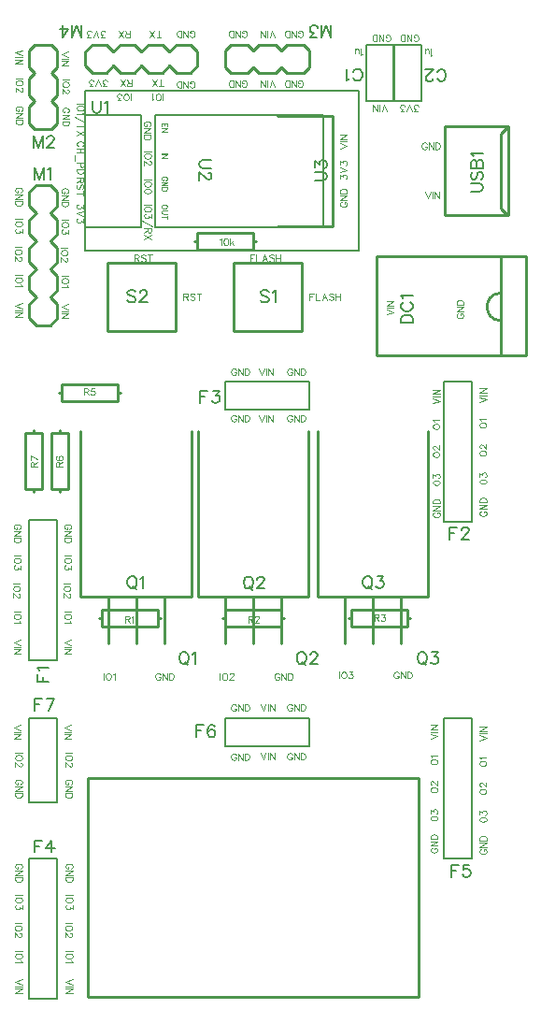
<source format=gto>
G04 Layer: TopSilkLayer*
G04 EasyEDA v6.2.46, 2019-12-24T13:35:47+01:00*
G04 9af07930541e41a2aa19a6838659558f,f7dd187871414131b8e6a9aac608ee48,10*
G04 Gerber Generator version 0.2*
G04 Scale: 100 percent, Rotated: No, Reflected: No *
G04 Dimensions in millimeters *
G04 leading zeros omitted , absolute positions ,3 integer and 3 decimal *
%FSLAX33Y33*%
%MOMM*%
G90*
G71D02*

%ADD10C,0.254000*%
%ADD31C,0.200660*%
%ADD32C,0.127000*%
%ADD33C,0.203200*%
%ADD34C,0.202999*%
%ADD35C,0.152400*%
%ADD36C,0.076200*%

%LPD*%
G54D31*
G01X33022Y96390D02*
G01X33022Y91310D01*
G01X35562Y91310D01*
G01X35562Y96390D01*
G01X33022Y96390D01*
G01X38097Y91315D02*
G01X38097Y96395D01*
G01X35557Y96395D01*
G01X35557Y91315D01*
G01X38097Y91315D01*
G54D10*
G01X17188Y46393D02*
G01X17188Y61394D01*
G01X7188Y46393D02*
G01X17188Y46393D01*
G01X7188Y46393D02*
G01X7188Y61394D01*
G01X9677Y46228D02*
G01X9677Y42164D01*
G01X12217Y46228D02*
G01X12217Y42164D01*
G01X14757Y46228D02*
G01X14757Y42164D01*
G01X27830Y46393D02*
G01X27830Y61394D01*
G01X17830Y46393D02*
G01X27830Y46393D01*
G01X17830Y46393D02*
G01X17830Y61394D01*
G01X20320Y46228D02*
G01X20320Y42164D01*
G01X22860Y46228D02*
G01X22860Y42164D01*
G01X25400Y46228D02*
G01X25400Y42164D01*
G01X38651Y46393D02*
G01X38651Y61394D01*
G01X28651Y46393D02*
G01X38651Y46393D01*
G01X28651Y46393D02*
G01X28651Y61394D01*
G01X31140Y46228D02*
G01X31140Y42164D01*
G01X33680Y46228D02*
G01X33680Y42164D01*
G01X36220Y46228D02*
G01X36220Y42164D01*
G01X17780Y79375D02*
G01X22860Y79375D01*
G01X22860Y79375D02*
G01X22860Y78613D01*
G01X22860Y78613D02*
G01X22860Y77851D01*
G01X22860Y77851D02*
G01X17780Y77851D01*
G01X17780Y77851D02*
G01X17780Y78613D01*
G01X17780Y78613D02*
G01X17780Y79375D01*
G01X22860Y78613D02*
G01X23114Y78613D01*
G01X17780Y78613D02*
G01X17526Y78613D01*
G54D32*
G01X7620Y92202D02*
G01X7620Y77724D01*
G01X7620Y92202D02*
G01X32385Y92202D01*
G01X7620Y77724D02*
G01X32385Y77724D01*
G01X32385Y92202D01*
G01X10668Y90043D02*
G01X12192Y90043D01*
G01X12700Y90043D01*
G01X12700Y89535D01*
G01X12700Y88011D01*
G01X12700Y86995D01*
G01X12700Y85471D01*
G01X12700Y84455D01*
G01X12700Y82931D01*
G01X12700Y81915D01*
G01X12700Y80391D01*
G01X12700Y79883D01*
G01X12192Y79883D01*
G01X10668Y79883D01*
G01X9652Y79883D01*
G01X8128Y79883D01*
G01X7620Y79883D01*
G01X7620Y80391D01*
G01X7620Y81915D01*
G01X7620Y82931D01*
G01X7620Y84455D01*
G01X7620Y85471D01*
G01X7620Y86995D01*
G01X7620Y88011D01*
G01X7620Y89535D01*
G01X7620Y90043D01*
G01X8128Y90043D01*
G01X9652Y90043D01*
G01X10668Y90043D01*
G01X10922Y90043D01*
G54D10*
G01X15798Y70434D02*
G01X9601Y70434D01*
G01X9601Y76631D01*
G01X15798Y76631D01*
G01X15798Y70434D01*
G01X27228Y70434D02*
G01X21031Y70434D01*
G01X21031Y76631D01*
G01X27228Y76631D01*
G01X27228Y70434D01*
G01X40193Y88962D02*
G01X45933Y88962D01*
G01X40183Y88962D02*
G01X40183Y80963D01*
G01X40183Y80963D02*
G01X45923Y80963D01*
G01X45943Y88962D02*
G01X45943Y80963D01*
G01X45233Y88352D02*
G01X45233Y81583D01*
G01X45943Y88942D02*
G01X45823Y88942D01*
G01X45233Y88352D01*
G01X45923Y80992D02*
G01X45823Y80992D01*
G01X45233Y81583D01*
G54D32*
G01X13970Y79883D02*
G01X13970Y90043D01*
G01X29210Y90043D01*
G01X29210Y79883D01*
G01X13970Y79883D01*
G54D10*
G01X25051Y79962D02*
G01X30051Y79962D01*
G01X30051Y89963D01*
G01X25051Y89963D01*
G01X47579Y68255D02*
G01X47579Y77205D01*
G01X33979Y77205D01*
G01X33979Y68255D01*
G01X47579Y68255D01*
G01X45229Y77205D02*
G01X45229Y68255D01*
G54D33*
G01X42672Y33528D02*
G01X42672Y35433D01*
G01X40132Y35433D01*
G01X40132Y22733D01*
G01X42672Y22733D01*
G54D34*
G01X42672Y22733D02*
G01X42672Y33528D01*
G01X20320Y35433D02*
G01X20320Y32893D01*
G01X27940Y32893D01*
G01X27940Y35433D01*
G01X20320Y35433D01*
G01X5080Y35433D02*
G01X2540Y35433D01*
G01X2540Y27813D01*
G01X5080Y27813D01*
G01X5080Y35433D01*
G54D10*
G01X14224Y43688D02*
G01X9144Y43688D01*
G01X9144Y43688D02*
G01X9144Y44450D01*
G01X9144Y44450D02*
G01X9144Y45212D01*
G01X9144Y45212D02*
G01X14224Y45212D01*
G01X14224Y45212D02*
G01X14224Y44450D01*
G01X14224Y44450D02*
G01X14224Y43688D01*
G01X9144Y44450D02*
G01X8890Y44450D01*
G01X14224Y44450D02*
G01X14478Y44450D01*
G01X25400Y43688D02*
G01X20320Y43688D01*
G01X20320Y43688D02*
G01X20320Y44450D01*
G01X20320Y44450D02*
G01X20320Y45212D01*
G01X20320Y45212D02*
G01X25400Y45212D01*
G01X25400Y45212D02*
G01X25400Y44450D01*
G01X25400Y44450D02*
G01X25400Y43688D01*
G01X20320Y44450D02*
G01X20066Y44450D01*
G01X25400Y44450D02*
G01X25654Y44450D01*
G01X36830Y43688D02*
G01X31750Y43688D01*
G01X31750Y43688D02*
G01X31750Y44450D01*
G01X31750Y44450D02*
G01X31750Y45212D01*
G01X31750Y45212D02*
G01X36830Y45212D01*
G01X36830Y45212D02*
G01X36830Y44450D01*
G01X36830Y44450D02*
G01X36830Y43688D01*
G01X31750Y44450D02*
G01X31496Y44450D01*
G01X36830Y44450D02*
G01X37084Y44450D01*
G01X5080Y89281D02*
G01X4572Y88773D01*
G01X3048Y88773D01*
G01X2540Y89281D01*
G01X2540Y90805D01*
G01X3048Y91313D01*
G01X2540Y91821D01*
G01X2540Y93345D01*
G01X3048Y93853D01*
G01X2540Y94361D01*
G01X2540Y95885D01*
G01X3048Y96393D01*
G01X4572Y96393D01*
G01X5080Y95885D01*
G01X5080Y94361D01*
G01X4572Y93853D01*
G01X5080Y93345D01*
G01X5080Y91821D01*
G01X4572Y91313D01*
G01X5080Y90805D01*
G01X5080Y89281D01*
G01X27432Y96393D02*
G01X27940Y95885D01*
G01X27940Y94361D01*
G01X27432Y93853D01*
G01X25908Y93853D01*
G01X25400Y94361D01*
G01X24892Y93853D01*
G01X23368Y93853D01*
G01X22860Y94361D01*
G01X22352Y93853D01*
G01X20828Y93853D01*
G01X20320Y94361D01*
G01X20320Y95885D01*
G01X20828Y96393D01*
G01X22352Y96393D01*
G01X22860Y95885D01*
G01X23368Y96393D01*
G01X24892Y96393D01*
G01X25400Y95885D01*
G01X25908Y96393D01*
G01X27432Y96393D01*
G54D33*
G01X2540Y42545D02*
G01X2540Y40640D01*
G01X5080Y40640D01*
G01X5080Y53340D01*
G01X2540Y53340D01*
G54D34*
G01X2540Y53340D02*
G01X2540Y42545D01*
G54D33*
G01X42672Y64008D02*
G01X42672Y65913D01*
G01X40132Y65913D01*
G01X40132Y53213D01*
G01X42672Y53213D01*
G54D34*
G01X42672Y53213D02*
G01X42672Y64008D01*
G54D33*
G01X2540Y11938D02*
G01X2540Y10033D01*
G01X5080Y10033D01*
G01X5080Y22733D01*
G01X2540Y22733D01*
G54D34*
G01X2540Y22733D02*
G01X2540Y11938D01*
G54D10*
G01X15240Y94488D02*
G01X14605Y93853D01*
G01X13335Y93853D01*
G01X12700Y94488D01*
G01X12700Y95758D02*
G01X12065Y96393D01*
G01X10795Y96393D01*
G01X10160Y95758D01*
G01X12700Y94488D02*
G01X12065Y93853D01*
G01X10795Y93853D01*
G01X10160Y94488D01*
G01X17780Y95758D02*
G01X17780Y94488D01*
G01X10160Y95758D02*
G01X9525Y96393D01*
G01X8255Y96393D01*
G01X7620Y95758D01*
G01X10160Y94488D02*
G01X9525Y93853D01*
G01X8255Y93853D01*
G01X7620Y94488D01*
G01X7620Y95758D02*
G01X7620Y94488D01*
G01X17780Y95758D02*
G01X17145Y96393D01*
G01X15875Y96393D01*
G01X15240Y95758D01*
G01X17780Y94488D02*
G01X17145Y93853D01*
G01X15875Y93853D01*
G01X15240Y94488D01*
G01X15240Y95758D02*
G01X14605Y96393D01*
G01X13335Y96393D01*
G01X12700Y95758D01*
G54D34*
G01X20320Y65913D02*
G01X20320Y63373D01*
G01X27940Y63373D01*
G01X27940Y65913D01*
G01X20320Y65913D01*
G54D10*
G01X3175Y83693D02*
G01X4445Y83693D01*
G01X4445Y73533D02*
G01X5080Y72898D01*
G01X5080Y71628D01*
G01X4445Y70993D01*
G01X3175Y70993D02*
G01X4445Y70993D01*
G01X3175Y83693D02*
G01X2540Y83058D01*
G01X2540Y81788D01*
G01X3175Y81153D01*
G01X4445Y83693D02*
G01X5080Y83058D01*
G01X5080Y81788D01*
G01X4445Y81153D01*
G01X3175Y81153D02*
G01X2540Y80518D01*
G01X2540Y79248D01*
G01X3175Y78613D01*
G01X4445Y81153D02*
G01X5080Y80518D01*
G01X5080Y79248D01*
G01X4445Y78613D01*
G01X3175Y78613D02*
G01X2540Y77978D01*
G01X2540Y76708D01*
G01X3175Y76073D01*
G01X4445Y78613D02*
G01X5080Y77978D01*
G01X5080Y76708D01*
G01X4445Y76073D01*
G01X3175Y76073D02*
G01X2540Y75438D01*
G01X2540Y74168D01*
G01X3175Y73533D01*
G01X4445Y76073D02*
G01X5080Y75438D01*
G01X5080Y74168D01*
G01X4445Y73533D01*
G01X3175Y73533D02*
G01X2540Y72898D01*
G01X2540Y71628D01*
G01X3175Y70993D01*
G01X7874Y10160D02*
G01X7874Y29972D01*
G01X37846Y29972D01*
G01X37846Y10160D01*
G01X7874Y10160D01*
G01X5461Y65659D02*
G01X10541Y65659D01*
G01X10541Y65659D02*
G01X10541Y64897D01*
G01X10541Y64897D02*
G01X10541Y64135D01*
G01X10541Y64135D02*
G01X5461Y64135D01*
G01X5461Y64135D02*
G01X5461Y64897D01*
G01X5461Y64897D02*
G01X5461Y65659D01*
G01X10541Y64897D02*
G01X10795Y64897D01*
G01X5461Y64897D02*
G01X5207Y64897D01*
G01X4572Y56134D02*
G01X4572Y61214D01*
G01X4572Y61214D02*
G01X5334Y61214D01*
G01X5334Y61214D02*
G01X6096Y61214D01*
G01X6096Y61214D02*
G01X6096Y56134D01*
G01X6096Y56134D02*
G01X5334Y56134D01*
G01X5334Y56134D02*
G01X4572Y56134D01*
G01X5334Y61214D02*
G01X5334Y61468D01*
G01X5334Y56134D02*
G01X5334Y55880D01*
G01X2159Y56134D02*
G01X2159Y61214D01*
G01X2159Y61214D02*
G01X2921Y61214D01*
G01X2921Y61214D02*
G01X3683Y61214D01*
G01X3683Y61214D02*
G01X3683Y56134D01*
G01X3683Y56134D02*
G01X2921Y56134D01*
G01X2921Y56134D02*
G01X2159Y56134D01*
G01X2921Y61214D02*
G01X2921Y61468D01*
G01X2921Y56134D02*
G01X2921Y55880D01*
G54D35*
G01X31910Y93377D02*
G01X31963Y93273D01*
G01X32067Y93169D01*
G01X32169Y93118D01*
G01X32377Y93118D01*
G01X32481Y93169D01*
G01X32585Y93273D01*
G01X32639Y93377D01*
G01X32689Y93532D01*
G01X32689Y93791D01*
G01X32639Y93949D01*
G01X32585Y94053D01*
G01X32481Y94157D01*
G01X32377Y94208D01*
G01X32169Y94208D01*
G01X32067Y94157D01*
G01X31963Y94053D01*
G01X31910Y93949D01*
G01X31567Y93324D02*
G01X31463Y93273D01*
G01X31308Y93118D01*
G01X31308Y94208D01*
G01X39486Y93339D02*
G01X39540Y93235D01*
G01X39644Y93131D01*
G01X39745Y93080D01*
G01X39954Y93080D01*
G01X40058Y93131D01*
G01X40162Y93235D01*
G01X40215Y93339D01*
G01X40266Y93494D01*
G01X40266Y93753D01*
G01X40215Y93911D01*
G01X40162Y94015D01*
G01X40058Y94119D01*
G01X39954Y94170D01*
G01X39745Y94170D01*
G01X39644Y94119D01*
G01X39540Y94015D01*
G01X39486Y93911D01*
G01X39093Y93339D02*
G01X39093Y93286D01*
G01X39039Y93182D01*
G01X38988Y93131D01*
G01X38884Y93080D01*
G01X38676Y93080D01*
G01X38572Y93131D01*
G01X38521Y93182D01*
G01X38468Y93286D01*
G01X38468Y93390D01*
G01X38521Y93494D01*
G01X38625Y93652D01*
G01X39143Y94170D01*
G01X38417Y94170D01*
G01X16441Y41402D02*
G01X16337Y41351D01*
G01X16233Y41247D01*
G01X16179Y41142D01*
G01X16128Y40987D01*
G01X16128Y40728D01*
G01X16179Y40571D01*
G01X16233Y40467D01*
G01X16337Y40363D01*
G01X16441Y40312D01*
G01X16649Y40312D01*
G01X16751Y40363D01*
G01X16855Y40467D01*
G01X16908Y40571D01*
G01X16959Y40728D01*
G01X16959Y40987D01*
G01X16908Y41142D01*
G01X16855Y41247D01*
G01X16751Y41351D01*
G01X16649Y41402D01*
G01X16441Y41402D01*
G01X16596Y40520D02*
G01X16908Y40208D01*
G01X17302Y41196D02*
G01X17406Y41247D01*
G01X17564Y41402D01*
G01X17564Y40312D01*
G01X27084Y41389D02*
G01X26979Y41338D01*
G01X26875Y41234D01*
G01X26822Y41130D01*
G01X26771Y40975D01*
G01X26771Y40716D01*
G01X26822Y40558D01*
G01X26875Y40454D01*
G01X26979Y40350D01*
G01X27084Y40299D01*
G01X27292Y40299D01*
G01X27393Y40350D01*
G01X27498Y40454D01*
G01X27551Y40558D01*
G01X27602Y40716D01*
G01X27602Y40975D01*
G01X27551Y41130D01*
G01X27498Y41234D01*
G01X27393Y41338D01*
G01X27292Y41389D01*
G01X27084Y41389D01*
G01X27238Y40507D02*
G01X27551Y40195D01*
G01X27998Y41130D02*
G01X27998Y41183D01*
G01X28049Y41287D01*
G01X28102Y41338D01*
G01X28206Y41389D01*
G01X28412Y41389D01*
G01X28516Y41338D01*
G01X28569Y41287D01*
G01X28620Y41183D01*
G01X28620Y41079D01*
G01X28569Y40975D01*
G01X28465Y40817D01*
G01X27945Y40299D01*
G01X28674Y40299D01*
G01X38031Y41402D02*
G01X37927Y41351D01*
G01X37823Y41247D01*
G01X37769Y41142D01*
G01X37718Y40987D01*
G01X37718Y40728D01*
G01X37769Y40571D01*
G01X37823Y40467D01*
G01X37927Y40363D01*
G01X38031Y40312D01*
G01X38239Y40312D01*
G01X38341Y40363D01*
G01X38445Y40467D01*
G01X38498Y40571D01*
G01X38549Y40728D01*
G01X38549Y40987D01*
G01X38498Y41142D01*
G01X38445Y41247D01*
G01X38341Y41351D01*
G01X38239Y41402D01*
G01X38031Y41402D01*
G01X38186Y40520D02*
G01X38498Y40208D01*
G01X38996Y41402D02*
G01X39568Y41402D01*
G01X39255Y40987D01*
G01X39413Y40987D01*
G01X39517Y40934D01*
G01X39568Y40883D01*
G01X39621Y40728D01*
G01X39621Y40624D01*
G01X39568Y40467D01*
G01X39463Y40363D01*
G01X39309Y40312D01*
G01X39154Y40312D01*
G01X38996Y40363D01*
G01X38945Y40416D01*
G01X38892Y40520D01*
G01X8255Y91300D02*
G01X8255Y90523D01*
G01X8305Y90365D01*
G01X8409Y90261D01*
G01X8567Y90210D01*
G01X8671Y90210D01*
G01X8826Y90261D01*
G01X8930Y90365D01*
G01X8981Y90523D01*
G01X8981Y91300D01*
G01X9324Y91094D02*
G01X9428Y91145D01*
G01X9585Y91300D01*
G01X9585Y90210D01*
G54D36*
G01X13388Y88988D02*
G01X13444Y89016D01*
G01X13502Y89075D01*
G01X13530Y89133D01*
G01X13530Y89247D01*
G01X13502Y89306D01*
G01X13444Y89364D01*
G01X13388Y89392D01*
G01X13299Y89420D01*
G01X13157Y89420D01*
G01X13070Y89392D01*
G01X13012Y89364D01*
G01X12954Y89306D01*
G01X12926Y89247D01*
G01X12926Y89133D01*
G01X12954Y89075D01*
G01X13012Y89016D01*
G01X13070Y88988D01*
G01X13157Y88988D01*
G01X13157Y89133D02*
G01X13157Y88988D01*
G01X13530Y88798D02*
G01X12926Y88798D01*
G01X13530Y88798D02*
G01X12926Y88394D01*
G01X13530Y88394D02*
G01X12926Y88394D01*
G01X13530Y88204D02*
G01X12926Y88204D01*
G01X13530Y88204D02*
G01X13530Y88000D01*
G01X13502Y87914D01*
G01X13444Y87858D01*
G01X13388Y87828D01*
G01X13299Y87800D01*
G01X13157Y87800D01*
G01X13070Y87828D01*
G01X13012Y87858D01*
G01X12954Y87914D01*
G01X12926Y88000D01*
G01X12926Y88204D01*
G01X13553Y86730D02*
G01X12948Y86730D01*
G01X13553Y86367D02*
G01X13525Y86426D01*
G01X13467Y86484D01*
G01X13411Y86512D01*
G01X13322Y86540D01*
G01X13180Y86540D01*
G01X13093Y86512D01*
G01X13035Y86484D01*
G01X12976Y86426D01*
G01X12948Y86367D01*
G01X12948Y86253D01*
G01X12976Y86194D01*
G01X13035Y86136D01*
G01X13093Y86108D01*
G01X13180Y86080D01*
G01X13322Y86080D01*
G01X13411Y86108D01*
G01X13467Y86136D01*
G01X13525Y86194D01*
G01X13553Y86253D01*
G01X13553Y86367D01*
G01X13411Y85859D02*
G01X13439Y85859D01*
G01X13497Y85831D01*
G01X13525Y85803D01*
G01X13553Y85745D01*
G01X13553Y85628D01*
G01X13525Y85572D01*
G01X13497Y85542D01*
G01X13439Y85514D01*
G01X13380Y85514D01*
G01X13322Y85542D01*
G01X13235Y85600D01*
G01X12948Y85890D01*
G01X12948Y85486D01*
G01X13553Y84190D02*
G01X12948Y84190D01*
G01X13553Y83827D02*
G01X13525Y83886D01*
G01X13467Y83944D01*
G01X13411Y83972D01*
G01X13322Y84000D01*
G01X13180Y84000D01*
G01X13093Y83972D01*
G01X13035Y83944D01*
G01X12976Y83886D01*
G01X12948Y83827D01*
G01X12948Y83713D01*
G01X12976Y83654D01*
G01X13035Y83596D01*
G01X13093Y83568D01*
G01X13180Y83540D01*
G01X13322Y83540D01*
G01X13411Y83568D01*
G01X13467Y83596D01*
G01X13525Y83654D01*
G01X13553Y83713D01*
G01X13553Y83827D01*
G01X13553Y83174D02*
G01X13525Y83263D01*
G01X13439Y83319D01*
G01X13294Y83350D01*
G01X13208Y83350D01*
G01X13063Y83319D01*
G01X12976Y83263D01*
G01X12948Y83174D01*
G01X12948Y83118D01*
G01X12976Y83032D01*
G01X13063Y82974D01*
G01X13208Y82946D01*
G01X13294Y82946D01*
G01X13439Y82974D01*
G01X13525Y83032D01*
G01X13553Y83118D01*
G01X13553Y83174D01*
G01X13553Y81915D02*
G01X12948Y81915D01*
G01X13553Y81551D02*
G01X13525Y81610D01*
G01X13467Y81666D01*
G01X13411Y81696D01*
G01X13322Y81724D01*
G01X13180Y81724D01*
G01X13093Y81696D01*
G01X13035Y81666D01*
G01X12976Y81610D01*
G01X12948Y81551D01*
G01X12948Y81434D01*
G01X12976Y81379D01*
G01X13035Y81320D01*
G01X13093Y81292D01*
G01X13180Y81262D01*
G01X13322Y81262D01*
G01X13411Y81292D01*
G01X13467Y81320D01*
G01X13525Y81379D01*
G01X13553Y81434D01*
G01X13553Y81551D01*
G01X13553Y81013D02*
G01X13553Y80695D01*
G01X13322Y80871D01*
G01X13322Y80784D01*
G01X13294Y80726D01*
G01X13266Y80695D01*
G01X13180Y80667D01*
G01X13121Y80667D01*
G01X13035Y80695D01*
G01X12976Y80754D01*
G01X12948Y80840D01*
G01X12948Y80926D01*
G01X12976Y81013D01*
G01X13004Y81043D01*
G01X13063Y81071D01*
G01X13670Y79959D02*
G01X12745Y80477D01*
G01X13553Y79768D02*
G01X12948Y79768D01*
G01X13553Y79768D02*
G01X13553Y79507D01*
G01X13525Y79420D01*
G01X13497Y79392D01*
G01X13439Y79362D01*
G01X13380Y79362D01*
G01X13322Y79392D01*
G01X13294Y79420D01*
G01X13266Y79507D01*
G01X13266Y79768D01*
G01X13266Y79565D02*
G01X12948Y79362D01*
G01X13553Y79171D02*
G01X12948Y78767D01*
G01X13553Y78767D02*
G01X12948Y79171D01*
G01X7457Y91059D02*
G01X6852Y91059D01*
G01X7457Y90695D02*
G01X7429Y90754D01*
G01X7371Y90810D01*
G01X7315Y90840D01*
G01X7226Y90868D01*
G01X7084Y90868D01*
G01X6997Y90840D01*
G01X6939Y90810D01*
G01X6880Y90754D01*
G01X6852Y90695D01*
G01X6852Y90578D01*
G01X6880Y90523D01*
G01X6939Y90464D01*
G01X6997Y90436D01*
G01X7084Y90406D01*
G01X7226Y90406D01*
G01X7315Y90436D01*
G01X7371Y90464D01*
G01X7429Y90523D01*
G01X7457Y90578D01*
G01X7457Y90695D01*
G01X7343Y90215D02*
G01X7371Y90157D01*
G01X7457Y90070D01*
G01X6852Y90070D01*
G01X7574Y89362D02*
G01X6649Y89880D01*
G01X7457Y88968D02*
G01X6852Y88968D01*
G01X7457Y89171D02*
G01X7457Y88767D01*
G01X7457Y88577D02*
G01X6852Y88173D01*
G01X7457Y88173D02*
G01X6852Y88577D01*
G01X7424Y84330D02*
G01X6817Y84330D01*
G01X7424Y84330D02*
G01X7424Y84071D01*
G01X7393Y83985D01*
G01X7366Y83954D01*
G01X7307Y83926D01*
G01X7251Y83926D01*
G01X7193Y83954D01*
G01X7165Y83985D01*
G01X7134Y84071D01*
G01X7134Y84330D01*
G01X7134Y84127D02*
G01X6817Y83926D01*
G01X7338Y83332D02*
G01X7393Y83390D01*
G01X7424Y83477D01*
G01X7424Y83591D01*
G01X7393Y83677D01*
G01X7338Y83736D01*
G01X7279Y83736D01*
G01X7221Y83708D01*
G01X7193Y83677D01*
G01X7165Y83619D01*
G01X7106Y83446D01*
G01X7076Y83390D01*
G01X7048Y83360D01*
G01X6990Y83332D01*
G01X6903Y83332D01*
G01X6847Y83390D01*
G01X6817Y83477D01*
G01X6817Y83591D01*
G01X6847Y83677D01*
G01X6903Y83736D01*
G01X7424Y82938D02*
G01X6817Y82938D01*
G01X7424Y83141D02*
G01X7424Y82737D01*
G01X7315Y87198D02*
G01X7371Y87226D01*
G01X7429Y87284D01*
G01X7457Y87340D01*
G01X7457Y87457D01*
G01X7429Y87515D01*
G01X7371Y87571D01*
G01X7315Y87602D01*
G01X7226Y87630D01*
G01X7084Y87630D01*
G01X6997Y87602D01*
G01X6939Y87571D01*
G01X6880Y87515D01*
G01X6852Y87457D01*
G01X6852Y87340D01*
G01X6880Y87284D01*
G01X6939Y87226D01*
G01X6997Y87198D01*
G01X7457Y87007D02*
G01X6852Y87007D01*
G01X7457Y86601D02*
G01X6852Y86601D01*
G01X7170Y87007D02*
G01X7170Y86601D01*
G01X6649Y86410D02*
G01X6649Y85892D01*
G01X7457Y85702D02*
G01X6852Y85702D01*
G01X7457Y85702D02*
G01X7457Y85443D01*
G01X7429Y85356D01*
G01X7401Y85326D01*
G01X7343Y85298D01*
G01X7256Y85298D01*
G01X7198Y85326D01*
G01X7170Y85356D01*
G01X7139Y85443D01*
G01X7139Y85702D01*
G01X7457Y85107D02*
G01X6852Y85107D01*
G01X7457Y85107D02*
G01X7457Y84904D01*
G01X7429Y84818D01*
G01X7371Y84759D01*
G01X7315Y84731D01*
G01X7226Y84703D01*
G01X7084Y84703D01*
G01X6997Y84731D01*
G01X6939Y84759D01*
G01X6880Y84818D01*
G01X6852Y84904D01*
G01X6852Y85107D01*
G01X7434Y81856D02*
G01X7434Y81539D01*
G01X7203Y81711D01*
G01X7203Y81625D01*
G01X7175Y81569D01*
G01X7147Y81539D01*
G01X7061Y81511D01*
G01X7002Y81511D01*
G01X6916Y81539D01*
G01X6858Y81597D01*
G01X6830Y81683D01*
G01X6830Y81770D01*
G01X6858Y81856D01*
G01X6885Y81887D01*
G01X6944Y81915D01*
G01X7434Y81320D02*
G01X6830Y81089D01*
G01X7434Y80858D02*
G01X6830Y81089D01*
G01X7434Y80609D02*
G01X7434Y80291D01*
G01X7203Y80467D01*
G01X7203Y80378D01*
G01X7175Y80322D01*
G01X7147Y80291D01*
G01X7061Y80264D01*
G01X7002Y80264D01*
G01X6916Y80291D01*
G01X6858Y80350D01*
G01X6830Y80436D01*
G01X6830Y80523D01*
G01X6858Y80609D01*
G01X6885Y80639D01*
G01X6944Y80667D01*
G54D35*
G01X12156Y74000D02*
G01X12052Y74104D01*
G01X11897Y74155D01*
G01X11689Y74155D01*
G01X11534Y74104D01*
G01X11430Y74000D01*
G01X11430Y73896D01*
G01X11480Y73792D01*
G01X11534Y73741D01*
G01X11638Y73687D01*
G01X11950Y73583D01*
G01X12052Y73533D01*
G01X12105Y73482D01*
G01X12156Y73378D01*
G01X12156Y73220D01*
G01X12052Y73116D01*
G01X11897Y73065D01*
G01X11689Y73065D01*
G01X11534Y73116D01*
G01X11430Y73220D01*
G01X12552Y73896D02*
G01X12552Y73949D01*
G01X12603Y74053D01*
G01X12656Y74104D01*
G01X12760Y74155D01*
G01X12966Y74155D01*
G01X13070Y74104D01*
G01X13124Y74053D01*
G01X13174Y73949D01*
G01X13174Y73845D01*
G01X13124Y73741D01*
G01X13020Y73583D01*
G01X12499Y73065D01*
G01X13228Y73065D01*
G01X24221Y74000D02*
G01X24117Y74104D01*
G01X23962Y74155D01*
G01X23754Y74155D01*
G01X23599Y74104D01*
G01X23495Y74000D01*
G01X23495Y73896D01*
G01X23545Y73792D01*
G01X23599Y73741D01*
G01X23703Y73687D01*
G01X24015Y73583D01*
G01X24117Y73533D01*
G01X24170Y73482D01*
G01X24221Y73378D01*
G01X24221Y73220D01*
G01X24117Y73116D01*
G01X23962Y73065D01*
G01X23754Y73065D01*
G01X23599Y73116D01*
G01X23495Y73220D01*
G01X24564Y73949D02*
G01X24668Y74000D01*
G01X24825Y74155D01*
G01X24825Y73065D01*
G01X42557Y83070D02*
G01X43336Y83070D01*
G01X43491Y83120D01*
G01X43596Y83225D01*
G01X43646Y83382D01*
G01X43646Y83486D01*
G01X43596Y83641D01*
G01X43491Y83745D01*
G01X43336Y83796D01*
G01X42557Y83796D01*
G01X42712Y84868D02*
G01X42607Y84764D01*
G01X42557Y84606D01*
G01X42557Y84401D01*
G01X42607Y84243D01*
G01X42712Y84139D01*
G01X42816Y84139D01*
G01X42920Y84192D01*
G01X42971Y84243D01*
G01X43024Y84347D01*
G01X43128Y84660D01*
G01X43179Y84764D01*
G01X43232Y84815D01*
G01X43336Y84868D01*
G01X43491Y84868D01*
G01X43596Y84764D01*
G01X43646Y84606D01*
G01X43646Y84401D01*
G01X43596Y84243D01*
G01X43491Y84139D01*
G01X42557Y85211D02*
G01X43646Y85211D01*
G01X42557Y85211D02*
G01X42557Y85678D01*
G01X42607Y85833D01*
G01X42661Y85887D01*
G01X42765Y85937D01*
G01X42867Y85937D01*
G01X42971Y85887D01*
G01X43024Y85833D01*
G01X43075Y85678D01*
G01X43075Y85211D02*
G01X43075Y85678D01*
G01X43128Y85833D01*
G01X43179Y85887D01*
G01X43283Y85937D01*
G01X43438Y85937D01*
G01X43542Y85887D01*
G01X43596Y85833D01*
G01X43646Y85678D01*
G01X43646Y85211D01*
G01X42765Y86280D02*
G01X42712Y86384D01*
G01X42557Y86539D01*
G01X43646Y86539D01*
G01X19037Y85915D02*
G01X18260Y85915D01*
G01X18102Y85864D01*
G01X17998Y85760D01*
G01X17947Y85603D01*
G01X17947Y85498D01*
G01X17998Y85344D01*
G01X18102Y85239D01*
G01X18260Y85189D01*
G01X19037Y85189D01*
G01X18778Y84792D02*
G01X18831Y84792D01*
G01X18935Y84742D01*
G01X18986Y84688D01*
G01X19037Y84584D01*
G01X19037Y84378D01*
G01X18986Y84274D01*
G01X18935Y84221D01*
G01X18831Y84170D01*
G01X18727Y84170D01*
G01X18623Y84221D01*
G01X18465Y84325D01*
G01X17947Y84846D01*
G01X17947Y84117D01*
G54D36*
G01X15008Y81775D02*
G01X14986Y81823D01*
G01X14940Y81869D01*
G01X14894Y81892D01*
G01X14823Y81915D01*
G01X14709Y81915D01*
G01X14640Y81892D01*
G01X14592Y81869D01*
G01X14546Y81823D01*
G01X14523Y81775D01*
G01X14523Y81683D01*
G01X14546Y81638D01*
G01X14592Y81592D01*
G01X14640Y81569D01*
G01X14709Y81546D01*
G01X14823Y81546D01*
G01X14894Y81569D01*
G01X14940Y81592D01*
G01X14986Y81638D01*
G01X15008Y81683D01*
G01X15008Y81775D01*
G01X15008Y81394D02*
G01X14663Y81394D01*
G01X14592Y81368D01*
G01X14546Y81323D01*
G01X14523Y81254D01*
G01X14523Y81208D01*
G01X14546Y81140D01*
G01X14592Y81092D01*
G01X14663Y81069D01*
G01X15008Y81069D01*
G01X15008Y80756D02*
G01X14523Y80756D01*
G01X15008Y80916D02*
G01X15008Y80594D01*
G01X14894Y84104D02*
G01X14940Y84127D01*
G01X14986Y84173D01*
G01X15008Y84218D01*
G01X15008Y84310D01*
G01X14986Y84358D01*
G01X14940Y84404D01*
G01X14894Y84427D01*
G01X14823Y84450D01*
G01X14709Y84450D01*
G01X14640Y84427D01*
G01X14592Y84404D01*
G01X14546Y84358D01*
G01X14523Y84310D01*
G01X14523Y84218D01*
G01X14546Y84173D01*
G01X14592Y84127D01*
G01X14640Y84104D01*
G01X14709Y84104D01*
G01X14709Y84218D02*
G01X14709Y84104D01*
G01X15008Y83952D02*
G01X14523Y83952D01*
G01X15008Y83952D02*
G01X14523Y83627D01*
G01X15008Y83627D02*
G01X14523Y83627D01*
G01X15008Y83474D02*
G01X14523Y83474D01*
G01X15008Y83474D02*
G01X15008Y83314D01*
G01X14986Y83243D01*
G01X14940Y83197D01*
G01X14894Y83174D01*
G01X14823Y83152D01*
G01X14709Y83152D01*
G01X14640Y83174D01*
G01X14592Y83197D01*
G01X14546Y83243D01*
G01X14523Y83314D01*
G01X14523Y83474D01*
G01X15008Y86578D02*
G01X14523Y86578D01*
G01X15008Y86426D02*
G01X14523Y86426D01*
G01X15008Y86426D02*
G01X14523Y86103D01*
G01X15008Y86103D02*
G01X14523Y86103D01*
G01X15008Y89268D02*
G01X14523Y89268D01*
G01X15008Y89268D02*
G01X15008Y88968D01*
G01X14777Y89268D02*
G01X14777Y89083D01*
G01X14523Y89268D02*
G01X14523Y88968D01*
G01X15008Y88816D02*
G01X14523Y88816D01*
G01X15008Y88816D02*
G01X14523Y88493D01*
G01X15008Y88493D02*
G01X14523Y88493D01*
G54D35*
G01X28384Y84117D02*
G01X29164Y84117D01*
G01X29321Y84167D01*
G01X29423Y84272D01*
G01X29476Y84429D01*
G01X29476Y84533D01*
G01X29423Y84688D01*
G01X29321Y84792D01*
G01X29164Y84843D01*
G01X28384Y84843D01*
G01X28384Y85290D02*
G01X28384Y85862D01*
G01X28801Y85552D01*
G01X28801Y85707D01*
G01X28851Y85811D01*
G01X28905Y85862D01*
G01X29060Y85915D01*
G01X29164Y85915D01*
G01X29321Y85862D01*
G01X29423Y85757D01*
G01X29476Y85603D01*
G01X29476Y85448D01*
G01X29423Y85290D01*
G01X29372Y85239D01*
G01X29268Y85186D01*
G54D36*
G01X30850Y82147D02*
G01X30792Y82116D01*
G01X30733Y82058D01*
G01X30705Y82002D01*
G01X30705Y81885D01*
G01X30733Y81829D01*
G01X30792Y81771D01*
G01X30850Y81740D01*
G01X30936Y81712D01*
G01X31081Y81712D01*
G01X31168Y81740D01*
G01X31224Y81771D01*
G01X31282Y81829D01*
G01X31310Y81885D01*
G01X31310Y82002D01*
G01X31282Y82058D01*
G01X31224Y82116D01*
G01X31168Y82147D01*
G01X31081Y82147D01*
G01X31081Y82002D02*
G01X31081Y82147D01*
G01X30705Y82337D02*
G01X31310Y82337D01*
G01X30705Y82337D02*
G01X31310Y82741D01*
G01X30705Y82741D02*
G01X31310Y82741D01*
G01X30705Y82931D02*
G01X31310Y82931D01*
G01X30705Y82931D02*
G01X30705Y83132D01*
G01X30733Y83218D01*
G01X30792Y83277D01*
G01X30850Y83305D01*
G01X30936Y83335D01*
G01X31081Y83335D01*
G01X31168Y83305D01*
G01X31224Y83277D01*
G01X31282Y83218D01*
G01X31310Y83132D01*
G01X31310Y82931D01*
G01X30705Y84297D02*
G01X30705Y84614D01*
G01X30936Y84441D01*
G01X30936Y84528D01*
G01X30964Y84586D01*
G01X30992Y84614D01*
G01X31081Y84642D01*
G01X31137Y84642D01*
G01X31224Y84614D01*
G01X31282Y84556D01*
G01X31310Y84469D01*
G01X31310Y84383D01*
G01X31282Y84297D01*
G01X31254Y84269D01*
G01X31196Y84238D01*
G01X30705Y84833D02*
G01X31310Y85064D01*
G01X30705Y85295D02*
G01X31310Y85064D01*
G01X30705Y85544D02*
G01X30705Y85861D01*
G01X30936Y85689D01*
G01X30936Y85775D01*
G01X30964Y85833D01*
G01X30992Y85861D01*
G01X31081Y85889D01*
G01X31137Y85889D01*
G01X31224Y85861D01*
G01X31282Y85803D01*
G01X31310Y85717D01*
G01X31310Y85630D01*
G01X31282Y85544D01*
G01X31254Y85516D01*
G01X31196Y85485D01*
G01X30705Y86980D02*
G01X31310Y87211D01*
G01X30705Y87442D02*
G01X31310Y87211D01*
G01X30705Y87633D02*
G01X31310Y87633D01*
G01X30705Y87823D02*
G01X31310Y87823D01*
G01X30705Y87823D02*
G01X31310Y88227D01*
G01X30705Y88227D02*
G01X31310Y88227D01*
G54D35*
G01X36195Y71208D02*
G01X37284Y71208D01*
G01X36195Y71208D02*
G01X36195Y71572D01*
G01X36245Y71727D01*
G01X36349Y71831D01*
G01X36454Y71884D01*
G01X36609Y71935D01*
G01X36868Y71935D01*
G01X37025Y71884D01*
G01X37129Y71831D01*
G01X37233Y71727D01*
G01X37284Y71572D01*
G01X37284Y71208D01*
G01X36454Y73058D02*
G01X36349Y73004D01*
G01X36245Y72903D01*
G01X36195Y72798D01*
G01X36195Y72590D01*
G01X36245Y72486D01*
G01X36349Y72382D01*
G01X36454Y72331D01*
G01X36609Y72278D01*
G01X36868Y72278D01*
G01X37025Y72331D01*
G01X37129Y72382D01*
G01X37233Y72486D01*
G01X37284Y72590D01*
G01X37284Y72798D01*
G01X37233Y72903D01*
G01X37129Y73004D01*
G01X37025Y73058D01*
G01X36400Y73400D02*
G01X36349Y73505D01*
G01X36195Y73660D01*
G01X37284Y73660D01*
G01X40767Y22136D02*
G01X40767Y21046D01*
G01X40767Y22136D02*
G01X41442Y22136D01*
G01X40767Y21617D02*
G01X41183Y21617D01*
G01X42407Y22136D02*
G01X41889Y22136D01*
G01X41836Y21668D01*
G01X41889Y21722D01*
G01X42044Y21772D01*
G01X42202Y21772D01*
G01X42357Y21722D01*
G01X42461Y21617D01*
G01X42511Y21463D01*
G01X42511Y21358D01*
G01X42461Y21201D01*
G01X42357Y21097D01*
G01X42202Y21046D01*
G01X42044Y21046D01*
G01X41889Y21097D01*
G01X41836Y21150D01*
G01X41785Y21254D01*
G01X17691Y34792D02*
G01X17691Y33703D01*
G01X17691Y34792D02*
G01X18366Y34792D01*
G01X17691Y34274D02*
G01X18107Y34274D01*
G01X19331Y34638D02*
G01X19281Y34742D01*
G01X19126Y34792D01*
G01X19022Y34792D01*
G01X18864Y34742D01*
G01X18760Y34587D01*
G01X18709Y34325D01*
G01X18709Y34066D01*
G01X18760Y33858D01*
G01X18864Y33754D01*
G01X19022Y33703D01*
G01X19072Y33703D01*
G01X19227Y33754D01*
G01X19331Y33858D01*
G01X19385Y34015D01*
G01X19385Y34066D01*
G01X19331Y34221D01*
G01X19227Y34325D01*
G01X19072Y34378D01*
G01X19022Y34378D01*
G01X18864Y34325D01*
G01X18760Y34221D01*
G01X18709Y34066D01*
G54D36*
G01X26339Y36560D02*
G01X26311Y36616D01*
G01X26253Y36675D01*
G01X26197Y36703D01*
G01X26080Y36703D01*
G01X26022Y36675D01*
G01X25966Y36616D01*
G01X25935Y36560D01*
G01X25908Y36471D01*
G01X25908Y36329D01*
G01X25935Y36243D01*
G01X25966Y36184D01*
G01X26022Y36126D01*
G01X26080Y36098D01*
G01X26197Y36098D01*
G01X26253Y36126D01*
G01X26311Y36184D01*
G01X26339Y36243D01*
G01X26339Y36329D01*
G01X26197Y36329D02*
G01X26339Y36329D01*
G01X26530Y36703D02*
G01X26530Y36098D01*
G01X26530Y36703D02*
G01X26936Y36098D01*
G01X26936Y36703D02*
G01X26936Y36098D01*
G01X27127Y36703D02*
G01X27127Y36098D01*
G01X27127Y36703D02*
G01X27327Y36703D01*
G01X27414Y36675D01*
G01X27472Y36616D01*
G01X27500Y36560D01*
G01X27531Y36471D01*
G01X27531Y36329D01*
G01X27500Y36243D01*
G01X27472Y36184D01*
G01X27414Y36126D01*
G01X27327Y36098D01*
G01X27127Y36098D01*
G01X23495Y36703D02*
G01X23726Y36098D01*
G01X23957Y36703D02*
G01X23726Y36098D01*
G01X24147Y36703D02*
G01X24147Y36098D01*
G01X24338Y36703D02*
G01X24338Y36098D01*
G01X24338Y36703D02*
G01X24742Y36098D01*
G01X24742Y36703D02*
G01X24742Y36098D01*
G01X21259Y36525D02*
G01X21231Y36581D01*
G01X21173Y36639D01*
G01X21117Y36667D01*
G01X21000Y36667D01*
G01X20942Y36639D01*
G01X20886Y36581D01*
G01X20855Y36525D01*
G01X20828Y36436D01*
G01X20828Y36294D01*
G01X20855Y36207D01*
G01X20886Y36149D01*
G01X20942Y36090D01*
G01X21000Y36062D01*
G01X21117Y36062D01*
G01X21173Y36090D01*
G01X21231Y36149D01*
G01X21259Y36207D01*
G01X21259Y36294D01*
G01X21117Y36294D02*
G01X21259Y36294D01*
G01X21450Y36667D02*
G01X21450Y36062D01*
G01X21450Y36667D02*
G01X21856Y36062D01*
G01X21856Y36667D02*
G01X21856Y36062D01*
G01X22047Y36667D02*
G01X22047Y36062D01*
G01X22047Y36667D02*
G01X22247Y36667D01*
G01X22334Y36639D01*
G01X22392Y36581D01*
G01X22420Y36525D01*
G01X22451Y36436D01*
G01X22451Y36294D01*
G01X22420Y36207D01*
G01X22392Y36149D01*
G01X22334Y36090D01*
G01X22247Y36062D01*
G01X22047Y36062D01*
G54D35*
G01X3048Y37211D02*
G01X3048Y36121D01*
G01X3048Y37211D02*
G01X3723Y37211D01*
G01X3048Y36692D02*
G01X3464Y36692D01*
G01X4792Y37211D02*
G01X4274Y36121D01*
G01X4066Y37211D02*
G01X4792Y37211D01*
G54D36*
G01X6291Y34792D02*
G01X5687Y34561D01*
G01X6291Y34330D02*
G01X5687Y34561D01*
G01X6291Y34140D02*
G01X5687Y34140D01*
G01X6291Y33949D02*
G01X5687Y33949D01*
G01X6291Y33949D02*
G01X5687Y33545D01*
G01X6291Y33545D02*
G01X5687Y33545D01*
G01X6418Y32252D02*
G01X5814Y32252D01*
G01X6418Y31889D02*
G01X6390Y31948D01*
G01X6332Y32003D01*
G01X6276Y32034D01*
G01X6187Y32062D01*
G01X6045Y32062D01*
G01X5958Y32034D01*
G01X5900Y32003D01*
G01X5842Y31948D01*
G01X5814Y31889D01*
G01X5814Y31772D01*
G01X5842Y31716D01*
G01X5900Y31658D01*
G01X5958Y31630D01*
G01X6045Y31600D01*
G01X6187Y31600D01*
G01X6276Y31630D01*
G01X6332Y31658D01*
G01X6390Y31716D01*
G01X6418Y31772D01*
G01X6418Y31889D01*
G01X6276Y31381D02*
G01X6304Y31381D01*
G01X6362Y31351D01*
G01X6390Y31323D01*
G01X6418Y31264D01*
G01X6418Y31150D01*
G01X6390Y31092D01*
G01X6362Y31064D01*
G01X6304Y31033D01*
G01X6245Y31033D01*
G01X6187Y31064D01*
G01X6101Y31122D01*
G01X5814Y31409D01*
G01X5814Y31005D01*
G01X6271Y29408D02*
G01X6327Y29436D01*
G01X6385Y29494D01*
G01X6413Y29550D01*
G01X6413Y29667D01*
G01X6385Y29725D01*
G01X6327Y29781D01*
G01X6271Y29811D01*
G01X6182Y29839D01*
G01X6040Y29839D01*
G01X5953Y29811D01*
G01X5895Y29781D01*
G01X5836Y29725D01*
G01X5809Y29667D01*
G01X5809Y29550D01*
G01X5836Y29494D01*
G01X5895Y29436D01*
G01X5953Y29408D01*
G01X6040Y29408D01*
G01X6040Y29550D02*
G01X6040Y29408D01*
G01X6413Y29217D02*
G01X5809Y29217D01*
G01X6413Y29217D02*
G01X5809Y28811D01*
G01X6413Y28811D02*
G01X5809Y28811D01*
G01X6413Y28620D02*
G01X5809Y28620D01*
G01X6413Y28620D02*
G01X6413Y28420D01*
G01X6385Y28333D01*
G01X6327Y28275D01*
G01X6271Y28247D01*
G01X6182Y28216D01*
G01X6040Y28216D01*
G01X5953Y28247D01*
G01X5895Y28275D01*
G01X5836Y28333D01*
G01X5809Y28420D01*
G01X5809Y28620D01*
G01X11198Y44673D02*
G01X11198Y44069D01*
G01X11198Y44673D02*
G01X11457Y44673D01*
G01X11544Y44645D01*
G01X11574Y44617D01*
G01X11602Y44559D01*
G01X11602Y44500D01*
G01X11574Y44442D01*
G01X11544Y44414D01*
G01X11457Y44386D01*
G01X11198Y44386D01*
G01X11402Y44386D02*
G01X11602Y44069D01*
G01X11793Y44559D02*
G01X11851Y44587D01*
G01X11938Y44673D01*
G01X11938Y44069D01*
G01X22369Y44673D02*
G01X22369Y44068D01*
G01X22369Y44673D02*
G01X22628Y44673D01*
G01X22715Y44645D01*
G01X22745Y44617D01*
G01X22773Y44559D01*
G01X22773Y44500D01*
G01X22745Y44442D01*
G01X22715Y44414D01*
G01X22628Y44386D01*
G01X22369Y44386D01*
G01X22573Y44386D02*
G01X22773Y44068D01*
G01X22992Y44531D02*
G01X22992Y44559D01*
G01X23022Y44617D01*
G01X23050Y44645D01*
G01X23108Y44673D01*
G01X23223Y44673D01*
G01X23281Y44645D01*
G01X23309Y44617D01*
G01X23340Y44559D01*
G01X23340Y44500D01*
G01X23309Y44442D01*
G01X23253Y44355D01*
G01X22964Y44068D01*
G01X23368Y44068D01*
G01X33799Y44800D02*
G01X33799Y44196D01*
G01X33799Y44800D02*
G01X34058Y44800D01*
G01X34145Y44772D01*
G01X34175Y44744D01*
G01X34203Y44686D01*
G01X34203Y44627D01*
G01X34175Y44569D01*
G01X34145Y44541D01*
G01X34058Y44513D01*
G01X33799Y44513D01*
G01X34002Y44513D02*
G01X34203Y44196D01*
G01X34452Y44800D02*
G01X34770Y44800D01*
G01X34597Y44569D01*
G01X34683Y44569D01*
G01X34739Y44541D01*
G01X34770Y44513D01*
G01X34797Y44427D01*
G01X34797Y44368D01*
G01X34770Y44282D01*
G01X34711Y44223D01*
G01X34625Y44196D01*
G01X34538Y44196D01*
G01X34452Y44223D01*
G01X34422Y44251D01*
G01X34394Y44310D01*
G54D35*
G01X2921Y88138D02*
G01X2921Y87048D01*
G01X2921Y88138D02*
G01X3337Y87048D01*
G01X3751Y88138D02*
G01X3337Y87048D01*
G01X3751Y88138D02*
G01X3751Y87048D01*
G01X4147Y87878D02*
G01X4147Y87932D01*
G01X4198Y88036D01*
G01X4251Y88087D01*
G01X4356Y88138D01*
G01X4561Y88138D01*
G01X4665Y88087D01*
G01X4719Y88036D01*
G01X4770Y87932D01*
G01X4770Y87828D01*
G01X4719Y87724D01*
G01X4615Y87566D01*
G01X4094Y87048D01*
G01X4823Y87048D01*
G01X29845Y97053D02*
G01X29845Y98143D01*
G01X29845Y97053D02*
G01X29428Y98143D01*
G01X29014Y97053D02*
G01X29428Y98143D01*
G01X29014Y97053D02*
G01X29014Y98143D01*
G01X28567Y97053D02*
G01X27995Y97053D01*
G01X28308Y97467D01*
G01X28150Y97467D01*
G01X28046Y97520D01*
G01X27995Y97571D01*
G01X27942Y97726D01*
G01X27942Y97830D01*
G01X27995Y97988D01*
G01X28100Y98092D01*
G01X28254Y98143D01*
G01X28409Y98143D01*
G01X28567Y98092D01*
G01X28618Y98038D01*
G01X28671Y97934D01*
G01X3223Y38737D02*
G01X4312Y38737D01*
G01X3223Y38737D02*
G01X3223Y39413D01*
G01X3741Y38737D02*
G01X3741Y39154D01*
G01X3429Y39756D02*
G01X3378Y39860D01*
G01X3223Y40015D01*
G01X4312Y40015D01*
G01X40640Y52705D02*
G01X40640Y51615D01*
G01X40640Y52705D02*
G01X41315Y52705D01*
G01X40640Y52186D02*
G01X41056Y52186D01*
G01X41709Y52445D02*
G01X41709Y52499D01*
G01X41762Y52603D01*
G01X41813Y52654D01*
G01X41917Y52705D01*
G01X42125Y52705D01*
G01X42230Y52654D01*
G01X42280Y52603D01*
G01X42334Y52499D01*
G01X42334Y52395D01*
G01X42280Y52291D01*
G01X42176Y52133D01*
G01X41658Y51615D01*
G01X42384Y51615D01*
G01X3035Y24350D02*
G01X3035Y23261D01*
G01X3035Y24350D02*
G01X3710Y24350D01*
G01X3035Y23832D02*
G01X3451Y23832D01*
G01X4571Y24350D02*
G01X4053Y23624D01*
G01X4833Y23624D01*
G01X4571Y24350D02*
G01X4571Y23261D01*
G01X7239Y97078D02*
G01X7239Y98168D01*
G01X7239Y97078D02*
G01X6822Y98168D01*
G01X6408Y97078D02*
G01X6822Y98168D01*
G01X6408Y97078D02*
G01X6408Y98168D01*
G01X5544Y97078D02*
G01X6065Y97805D01*
G01X5285Y97805D01*
G01X5544Y97078D02*
G01X5544Y98168D01*
G01X18034Y65062D02*
G01X18034Y63972D01*
G01X18034Y65062D02*
G01X18709Y65062D01*
G01X18034Y64543D02*
G01X18450Y64543D01*
G01X19156Y65062D02*
G01X19728Y65062D01*
G01X19415Y64648D01*
G01X19570Y64648D01*
G01X19674Y64594D01*
G01X19728Y64543D01*
G01X19778Y64389D01*
G01X19778Y64284D01*
G01X19728Y64127D01*
G01X19624Y64023D01*
G01X19469Y63972D01*
G01X19311Y63972D01*
G01X19156Y64023D01*
G01X19103Y64076D01*
G01X19052Y64180D01*
G54D36*
G01X21259Y66929D02*
G01X21231Y66984D01*
G01X21173Y67043D01*
G01X21117Y67071D01*
G01X21000Y67071D01*
G01X20942Y67043D01*
G01X20886Y66984D01*
G01X20855Y66929D01*
G01X20828Y66840D01*
G01X20828Y66697D01*
G01X20855Y66611D01*
G01X20886Y66553D01*
G01X20942Y66494D01*
G01X21000Y66466D01*
G01X21117Y66466D01*
G01X21173Y66494D01*
G01X21231Y66553D01*
G01X21259Y66611D01*
G01X21259Y66697D01*
G01X21117Y66697D02*
G01X21259Y66697D01*
G01X21450Y67071D02*
G01X21450Y66466D01*
G01X21450Y67071D02*
G01X21856Y66466D01*
G01X21856Y67071D02*
G01X21856Y66466D01*
G01X22047Y67071D02*
G01X22047Y66466D01*
G01X22047Y67071D02*
G01X22247Y67071D01*
G01X22334Y67043D01*
G01X22392Y66984D01*
G01X22420Y66929D01*
G01X22451Y66840D01*
G01X22451Y66697D01*
G01X22420Y66611D01*
G01X22392Y66553D01*
G01X22334Y66494D01*
G01X22247Y66466D01*
G01X22047Y66466D01*
G01X23367Y67055D02*
G01X23599Y66451D01*
G01X23830Y67055D02*
G01X23599Y66451D01*
G01X24020Y67055D02*
G01X24020Y66451D01*
G01X24211Y67055D02*
G01X24211Y66451D01*
G01X24211Y67055D02*
G01X24615Y66451D01*
G01X24615Y67055D02*
G01X24615Y66451D01*
G01X26339Y66929D02*
G01X26311Y66984D01*
G01X26253Y67043D01*
G01X26197Y67071D01*
G01X26080Y67071D01*
G01X26022Y67043D01*
G01X25966Y66984D01*
G01X25935Y66929D01*
G01X25907Y66840D01*
G01X25907Y66697D01*
G01X25935Y66611D01*
G01X25966Y66553D01*
G01X26022Y66494D01*
G01X26080Y66466D01*
G01X26197Y66466D01*
G01X26253Y66494D01*
G01X26311Y66553D01*
G01X26339Y66611D01*
G01X26339Y66697D01*
G01X26197Y66697D02*
G01X26339Y66697D01*
G01X26530Y67071D02*
G01X26530Y66466D01*
G01X26530Y67071D02*
G01X26936Y66466D01*
G01X26936Y67071D02*
G01X26936Y66466D01*
G01X27127Y67071D02*
G01X27127Y66466D01*
G01X27127Y67071D02*
G01X27327Y67071D01*
G01X27414Y67043D01*
G01X27472Y66984D01*
G01X27500Y66929D01*
G01X27531Y66840D01*
G01X27531Y66697D01*
G01X27500Y66611D01*
G01X27472Y66553D01*
G01X27414Y66494D01*
G01X27327Y66466D01*
G01X27127Y66466D01*
G54D35*
G01X3035Y85293D02*
G01X3035Y84203D01*
G01X3035Y85293D02*
G01X3451Y84203D01*
G01X3865Y85293D02*
G01X3451Y84203D01*
G01X3865Y85293D02*
G01X3865Y84203D01*
G01X4208Y85087D02*
G01X4312Y85138D01*
G01X4470Y85293D01*
G01X4470Y84203D01*
G54D36*
G01X7487Y65278D02*
G01X7487Y64673D01*
G01X7487Y65278D02*
G01X7746Y65278D01*
G01X7833Y65250D01*
G01X7863Y65222D01*
G01X7891Y65163D01*
G01X7891Y65105D01*
G01X7863Y65046D01*
G01X7833Y65018D01*
G01X7746Y64991D01*
G01X7487Y64991D01*
G01X7691Y64991D02*
G01X7891Y64673D01*
G01X8427Y65278D02*
G01X8140Y65278D01*
G01X8110Y65018D01*
G01X8140Y65046D01*
G01X8227Y65077D01*
G01X8313Y65077D01*
G01X8399Y65046D01*
G01X8458Y64991D01*
G01X8486Y64904D01*
G01X8486Y64846D01*
G01X8458Y64759D01*
G01X8399Y64701D01*
G01X8313Y64673D01*
G01X8227Y64673D01*
G01X8140Y64701D01*
G01X8110Y64729D01*
G01X8082Y64787D01*
G01X4952Y58193D02*
G01X5557Y58193D01*
G01X4952Y58193D02*
G01X4952Y58453D01*
G01X4980Y58539D01*
G01X5008Y58569D01*
G01X5067Y58597D01*
G01X5125Y58597D01*
G01X5184Y58569D01*
G01X5212Y58539D01*
G01X5239Y58453D01*
G01X5239Y58193D01*
G01X5239Y58397D02*
G01X5557Y58597D01*
G01X5039Y59133D02*
G01X4980Y59105D01*
G01X4952Y59019D01*
G01X4952Y58961D01*
G01X4980Y58874D01*
G01X5067Y58816D01*
G01X5212Y58788D01*
G01X5356Y58788D01*
G01X5471Y58816D01*
G01X5529Y58874D01*
G01X5557Y58961D01*
G01X5557Y58991D01*
G01X5529Y59077D01*
G01X5471Y59133D01*
G01X5384Y59164D01*
G01X5356Y59164D01*
G01X5270Y59133D01*
G01X5212Y59077D01*
G01X5184Y58991D01*
G01X5184Y58961D01*
G01X5212Y58874D01*
G01X5270Y58816D01*
G01X5356Y58788D01*
G01X2651Y58166D02*
G01X3256Y58166D01*
G01X2651Y58166D02*
G01X2651Y58425D01*
G01X2679Y58511D01*
G01X2707Y58541D01*
G01X2766Y58569D01*
G01X2824Y58569D01*
G01X2882Y58541D01*
G01X2910Y58511D01*
G01X2938Y58425D01*
G01X2938Y58166D01*
G01X2938Y58369D02*
G01X3256Y58569D01*
G01X2651Y59164D02*
G01X3256Y58877D01*
G01X2651Y58760D02*
G01X2651Y59164D01*
G01X9530Y92613D02*
G01X9212Y92613D01*
G01X9385Y92844D01*
G01X9298Y92844D01*
G01X9243Y92872D01*
G01X9212Y92900D01*
G01X9184Y92986D01*
G01X9184Y93045D01*
G01X9212Y93131D01*
G01X9271Y93190D01*
G01X9357Y93218D01*
G01X9443Y93218D01*
G01X9530Y93190D01*
G01X9560Y93162D01*
G01X9588Y93103D01*
G01X8994Y92613D02*
G01X8763Y93218D01*
G01X8531Y92613D02*
G01X8763Y93218D01*
G01X8282Y92613D02*
G01X7965Y92613D01*
G01X8140Y92844D01*
G01X8051Y92844D01*
G01X7995Y92872D01*
G01X7965Y92900D01*
G01X7937Y92986D01*
G01X7937Y93045D01*
G01X7965Y93131D01*
G01X8023Y93190D01*
G01X8110Y93218D01*
G01X8196Y93218D01*
G01X8282Y93190D01*
G01X8313Y93162D01*
G01X8341Y93103D01*
G01X17094Y92633D02*
G01X17122Y92577D01*
G01X17180Y92519D01*
G01X17236Y92491D01*
G01X17353Y92491D01*
G01X17411Y92519D01*
G01X17467Y92577D01*
G01X17498Y92633D01*
G01X17526Y92722D01*
G01X17526Y92864D01*
G01X17498Y92951D01*
G01X17467Y93009D01*
G01X17411Y93068D01*
G01X17353Y93096D01*
G01X17236Y93096D01*
G01X17180Y93068D01*
G01X17122Y93009D01*
G01X17094Y92951D01*
G01X17094Y92864D01*
G01X17236Y92864D02*
G01X17094Y92864D01*
G01X16903Y92491D02*
G01X16903Y93096D01*
G01X16903Y92491D02*
G01X16497Y93096D01*
G01X16497Y92491D02*
G01X16497Y93096D01*
G01X16306Y92491D02*
G01X16306Y93096D01*
G01X16306Y92491D02*
G01X16106Y92491D01*
G01X16019Y92519D01*
G01X15961Y92577D01*
G01X15933Y92633D01*
G01X15902Y92722D01*
G01X15902Y92864D01*
G01X15933Y92951D01*
G01X15961Y93009D01*
G01X16019Y93068D01*
G01X16106Y93096D01*
G01X16306Y93096D01*
G01X14447Y92613D02*
G01X14447Y93218D01*
G01X14650Y92613D02*
G01X14246Y92613D01*
G01X14056Y92613D02*
G01X13652Y93218D01*
G01X13652Y92613D02*
G01X14056Y93218D01*
G01X11793Y92613D02*
G01X11793Y93218D01*
G01X11793Y92613D02*
G01X11534Y92613D01*
G01X11447Y92641D01*
G01X11417Y92669D01*
G01X11389Y92727D01*
G01X11389Y92786D01*
G01X11417Y92844D01*
G01X11447Y92872D01*
G01X11534Y92900D01*
G01X11793Y92900D01*
G01X11590Y92900D02*
G01X11389Y93218D01*
G01X11198Y92613D02*
G01X10795Y93218D01*
G01X10795Y92613D02*
G01X11198Y93218D01*
G01X14640Y91343D02*
G01X14640Y91948D01*
G01X14277Y91343D02*
G01X14335Y91371D01*
G01X14391Y91429D01*
G01X14422Y91485D01*
G01X14450Y91574D01*
G01X14450Y91716D01*
G01X14422Y91803D01*
G01X14391Y91861D01*
G01X14335Y91920D01*
G01X14277Y91948D01*
G01X14160Y91948D01*
G01X14104Y91920D01*
G01X14046Y91861D01*
G01X14018Y91803D01*
G01X13987Y91716D01*
G01X13987Y91574D01*
G01X14018Y91485D01*
G01X14046Y91429D01*
G01X14104Y91371D01*
G01X14160Y91343D01*
G01X14277Y91343D01*
G01X13797Y91457D02*
G01X13738Y91429D01*
G01X13652Y91343D01*
G01X13652Y91948D01*
G01X11724Y91343D02*
G01X11724Y91947D01*
G01X11361Y91343D02*
G01X11419Y91371D01*
G01X11475Y91429D01*
G01X11506Y91485D01*
G01X11534Y91574D01*
G01X11534Y91716D01*
G01X11506Y91803D01*
G01X11475Y91861D01*
G01X11419Y91920D01*
G01X11361Y91947D01*
G01X11244Y91947D01*
G01X11188Y91920D01*
G01X11130Y91861D01*
G01X11102Y91803D01*
G01X11071Y91716D01*
G01X11071Y91574D01*
G01X11102Y91485D01*
G01X11130Y91429D01*
G01X11188Y91371D01*
G01X11244Y91343D01*
G01X11361Y91343D01*
G01X10822Y91343D02*
G01X10505Y91343D01*
G01X10680Y91574D01*
G01X10594Y91574D01*
G01X10535Y91602D01*
G01X10505Y91630D01*
G01X10477Y91716D01*
G01X10477Y91775D01*
G01X10505Y91861D01*
G01X10563Y91920D01*
G01X10650Y91947D01*
G01X10736Y91947D01*
G01X10822Y91920D01*
G01X10853Y91892D01*
G01X10881Y91833D01*
G01X6060Y95758D02*
G01X5455Y95526D01*
G01X6060Y95295D02*
G01X5455Y95526D01*
G01X6060Y95105D02*
G01X5455Y95105D01*
G01X6060Y94914D02*
G01X5455Y94914D01*
G01X6060Y94914D02*
G01X5455Y94510D01*
G01X6060Y94510D02*
G01X5455Y94510D01*
G01X5976Y90246D02*
G01X6032Y90274D01*
G01X6090Y90332D01*
G01X6118Y90388D01*
G01X6118Y90505D01*
G01X6090Y90563D01*
G01X6032Y90619D01*
G01X5976Y90650D01*
G01X5887Y90678D01*
G01X5745Y90678D01*
G01X5659Y90650D01*
G01X5600Y90619D01*
G01X5542Y90563D01*
G01X5514Y90505D01*
G01X5514Y90388D01*
G01X5542Y90332D01*
G01X5600Y90274D01*
G01X5659Y90246D01*
G01X5745Y90246D01*
G01X5745Y90388D02*
G01X5745Y90246D01*
G01X6118Y90055D02*
G01X5514Y90055D01*
G01X6118Y90055D02*
G01X5514Y89649D01*
G01X6118Y89649D02*
G01X5514Y89649D01*
G01X6118Y89458D02*
G01X5514Y89458D01*
G01X6118Y89458D02*
G01X6118Y89258D01*
G01X6090Y89171D01*
G01X6032Y89113D01*
G01X5976Y89085D01*
G01X5887Y89054D01*
G01X5745Y89054D01*
G01X5659Y89085D01*
G01X5600Y89113D01*
G01X5542Y89171D01*
G01X5514Y89258D01*
G01X5514Y89458D01*
G01X6118Y93218D02*
G01X5514Y93218D01*
G01X6118Y92854D02*
G01X6090Y92913D01*
G01X6032Y92969D01*
G01X5976Y92999D01*
G01X5887Y93027D01*
G01X5745Y93027D01*
G01X5659Y92999D01*
G01X5600Y92969D01*
G01X5542Y92913D01*
G01X5514Y92854D01*
G01X5514Y92737D01*
G01X5542Y92682D01*
G01X5600Y92623D01*
G01X5659Y92595D01*
G01X5745Y92565D01*
G01X5887Y92565D01*
G01X5976Y92595D01*
G01X6032Y92623D01*
G01X6090Y92682D01*
G01X6118Y92737D01*
G01X6118Y92854D01*
G01X5976Y92346D02*
G01X6004Y92346D01*
G01X6062Y92316D01*
G01X6090Y92288D01*
G01X6118Y92229D01*
G01X6118Y92115D01*
G01X6090Y92057D01*
G01X6062Y92029D01*
G01X6004Y91998D01*
G01X5946Y91998D01*
G01X5887Y92029D01*
G01X5801Y92087D01*
G01X5514Y92374D01*
G01X5514Y91970D01*
G01X6060Y72898D02*
G01X5455Y72666D01*
G01X6060Y72435D02*
G01X5455Y72666D01*
G01X6060Y72245D02*
G01X5455Y72245D01*
G01X6060Y72054D02*
G01X5455Y72054D01*
G01X6060Y72054D02*
G01X5455Y71650D01*
G01X6060Y71650D02*
G01X5455Y71650D01*
G01X5918Y82943D02*
G01X5974Y82971D01*
G01X6032Y83030D01*
G01X6060Y83085D01*
G01X6060Y83202D01*
G01X6032Y83261D01*
G01X5974Y83317D01*
G01X5918Y83347D01*
G01X5829Y83375D01*
G01X5687Y83375D01*
G01X5600Y83347D01*
G01X5542Y83317D01*
G01X5483Y83261D01*
G01X5455Y83202D01*
G01X5455Y83085D01*
G01X5483Y83030D01*
G01X5542Y82971D01*
G01X5600Y82943D01*
G01X5687Y82943D01*
G01X5687Y83085D02*
G01X5687Y82943D01*
G01X6060Y82753D02*
G01X5455Y82753D01*
G01X6060Y82753D02*
G01X5455Y82346D01*
G01X6060Y82346D02*
G01X5455Y82346D01*
G01X6060Y82156D02*
G01X5455Y82156D01*
G01X6060Y82156D02*
G01X6060Y81955D01*
G01X6032Y81869D01*
G01X5974Y81810D01*
G01X5918Y81782D01*
G01X5829Y81752D01*
G01X5687Y81752D01*
G01X5600Y81782D01*
G01X5542Y81810D01*
G01X5483Y81869D01*
G01X5455Y81955D01*
G01X5455Y82156D01*
G01X6002Y77978D02*
G01X5397Y77978D01*
G01X6002Y77614D02*
G01X5974Y77673D01*
G01X5915Y77729D01*
G01X5859Y77759D01*
G01X5770Y77787D01*
G01X5628Y77787D01*
G01X5542Y77759D01*
G01X5483Y77729D01*
G01X5425Y77673D01*
G01X5397Y77614D01*
G01X5397Y77497D01*
G01X5425Y77442D01*
G01X5483Y77383D01*
G01X5542Y77355D01*
G01X5628Y77325D01*
G01X5770Y77325D01*
G01X5859Y77355D01*
G01X5915Y77383D01*
G01X5974Y77442D01*
G01X6002Y77497D01*
G01X6002Y77614D01*
G01X5859Y77106D02*
G01X5887Y77106D01*
G01X5946Y77076D01*
G01X5974Y77048D01*
G01X6002Y76989D01*
G01X6002Y76875D01*
G01X5974Y76817D01*
G01X5946Y76789D01*
G01X5887Y76758D01*
G01X5829Y76758D01*
G01X5770Y76789D01*
G01X5684Y76847D01*
G01X5397Y77134D01*
G01X5397Y76730D01*
G01X6060Y80518D02*
G01X5455Y80518D01*
G01X6060Y80154D02*
G01X6032Y80213D01*
G01X5974Y80269D01*
G01X5918Y80299D01*
G01X5829Y80327D01*
G01X5687Y80327D01*
G01X5600Y80299D01*
G01X5542Y80269D01*
G01X5483Y80213D01*
G01X5455Y80154D01*
G01X5455Y80037D01*
G01X5483Y79982D01*
G01X5542Y79923D01*
G01X5600Y79895D01*
G01X5687Y79865D01*
G01X5829Y79865D01*
G01X5918Y79895D01*
G01X5974Y79923D01*
G01X6032Y79982D01*
G01X6060Y80037D01*
G01X6060Y80154D01*
G01X6060Y79616D02*
G01X6060Y79298D01*
G01X5829Y79474D01*
G01X5829Y79387D01*
G01X5801Y79329D01*
G01X5773Y79298D01*
G01X5687Y79270D01*
G01X5628Y79270D01*
G01X5542Y79298D01*
G01X5483Y79357D01*
G01X5455Y79443D01*
G01X5455Y79529D01*
G01X5483Y79616D01*
G01X5511Y79646D01*
G01X5570Y79674D01*
G01X6060Y75438D02*
G01X5455Y75438D01*
G01X6060Y75074D02*
G01X6032Y75133D01*
G01X5974Y75189D01*
G01X5918Y75219D01*
G01X5829Y75247D01*
G01X5687Y75247D01*
G01X5600Y75219D01*
G01X5542Y75189D01*
G01X5483Y75133D01*
G01X5455Y75074D01*
G01X5455Y74957D01*
G01X5483Y74902D01*
G01X5542Y74843D01*
G01X5600Y74815D01*
G01X5687Y74785D01*
G01X5829Y74785D01*
G01X5918Y74815D01*
G01X5974Y74843D01*
G01X6032Y74902D01*
G01X6060Y74957D01*
G01X6060Y75074D01*
G01X5946Y74594D02*
G01X5974Y74536D01*
G01X6060Y74449D01*
G01X5455Y74449D01*
G01X21793Y92697D02*
G01X21821Y92641D01*
G01X21879Y92583D01*
G01X21935Y92555D01*
G01X22052Y92555D01*
G01X22110Y92583D01*
G01X22166Y92641D01*
G01X22197Y92697D01*
G01X22225Y92786D01*
G01X22225Y92928D01*
G01X22197Y93014D01*
G01X22166Y93073D01*
G01X22110Y93131D01*
G01X22052Y93159D01*
G01X21935Y93159D01*
G01X21879Y93131D01*
G01X21821Y93073D01*
G01X21793Y93014D01*
G01X21793Y92928D01*
G01X21935Y92928D02*
G01X21793Y92928D01*
G01X21602Y92555D02*
G01X21602Y93159D01*
G01X21602Y92555D02*
G01X21196Y93159D01*
G01X21196Y92555D02*
G01X21196Y93159D01*
G01X21005Y92555D02*
G01X21005Y93159D01*
G01X21005Y92555D02*
G01X20805Y92555D01*
G01X20718Y92583D01*
G01X20660Y92641D01*
G01X20632Y92697D01*
G01X20601Y92786D01*
G01X20601Y92928D01*
G01X20632Y93014D01*
G01X20660Y93073D01*
G01X20718Y93131D01*
G01X20805Y93159D01*
G01X21005Y93159D01*
G01X26873Y92697D02*
G01X26901Y92641D01*
G01X26959Y92583D01*
G01X27015Y92555D01*
G01X27132Y92555D01*
G01X27190Y92583D01*
G01X27246Y92641D01*
G01X27277Y92697D01*
G01X27305Y92786D01*
G01X27305Y92928D01*
G01X27277Y93014D01*
G01X27246Y93073D01*
G01X27190Y93131D01*
G01X27132Y93159D01*
G01X27015Y93159D01*
G01X26959Y93131D01*
G01X26901Y93073D01*
G01X26873Y93014D01*
G01X26873Y92928D01*
G01X27015Y92928D02*
G01X26873Y92928D01*
G01X26682Y92555D02*
G01X26682Y93159D01*
G01X26682Y92555D02*
G01X26276Y93159D01*
G01X26276Y92555D02*
G01X26276Y93159D01*
G01X26085Y92555D02*
G01X26085Y93159D01*
G01X26085Y92555D02*
G01X25885Y92555D01*
G01X25798Y92583D01*
G01X25740Y92641D01*
G01X25712Y92697D01*
G01X25681Y92786D01*
G01X25681Y92928D01*
G01X25712Y93014D01*
G01X25740Y93073D01*
G01X25798Y93131D01*
G01X25885Y93159D01*
G01X26085Y93159D01*
G01X24765Y92555D02*
G01X24533Y93159D01*
G01X24302Y92555D02*
G01X24533Y93159D01*
G01X24112Y92555D02*
G01X24112Y93159D01*
G01X23921Y92555D02*
G01X23921Y93159D01*
G01X23921Y92555D02*
G01X23517Y93159D01*
G01X23517Y92555D02*
G01X23517Y93159D01*
G01X37350Y96824D02*
G01X37378Y96768D01*
G01X37437Y96710D01*
G01X37492Y96682D01*
G01X37609Y96682D01*
G01X37668Y96710D01*
G01X37724Y96768D01*
G01X37754Y96824D01*
G01X37782Y96913D01*
G01X37782Y97055D01*
G01X37754Y97142D01*
G01X37724Y97200D01*
G01X37668Y97259D01*
G01X37609Y97287D01*
G01X37492Y97287D01*
G01X37437Y97259D01*
G01X37378Y97200D01*
G01X37350Y97142D01*
G01X37350Y97055D01*
G01X37492Y97055D02*
G01X37350Y97055D01*
G01X37160Y96682D02*
G01X37160Y97287D01*
G01X37160Y96682D02*
G01X36753Y97287D01*
G01X36753Y96682D02*
G01X36753Y97287D01*
G01X36563Y96682D02*
G01X36563Y97287D01*
G01X36563Y96682D02*
G01X36362Y96682D01*
G01X36276Y96710D01*
G01X36217Y96768D01*
G01X36189Y96824D01*
G01X36159Y96913D01*
G01X36159Y97055D01*
G01X36189Y97142D01*
G01X36217Y97200D01*
G01X36276Y97259D01*
G01X36362Y97287D01*
G01X36563Y97287D01*
G01X34810Y96824D02*
G01X34838Y96768D01*
G01X34897Y96710D01*
G01X34952Y96682D01*
G01X35069Y96682D01*
G01X35128Y96710D01*
G01X35184Y96768D01*
G01X35214Y96824D01*
G01X35242Y96913D01*
G01X35242Y97055D01*
G01X35214Y97142D01*
G01X35184Y97200D01*
G01X35128Y97259D01*
G01X35069Y97287D01*
G01X34952Y97287D01*
G01X34897Y97259D01*
G01X34838Y97200D01*
G01X34810Y97142D01*
G01X34810Y97055D01*
G01X34952Y97055D02*
G01X34810Y97055D01*
G01X34620Y96682D02*
G01X34620Y97287D01*
G01X34620Y96682D02*
G01X34213Y97287D01*
G01X34213Y96682D02*
G01X34213Y97287D01*
G01X34023Y96682D02*
G01X34023Y97287D01*
G01X34023Y96682D02*
G01X33822Y96682D01*
G01X33736Y96710D01*
G01X33677Y96768D01*
G01X33649Y96824D01*
G01X33619Y96913D01*
G01X33619Y97055D01*
G01X33649Y97142D01*
G01X33677Y97200D01*
G01X33736Y97259D01*
G01X33822Y97287D01*
G01X34023Y97287D01*
G01X34925Y90332D02*
G01X34693Y90937D01*
G01X34462Y90332D02*
G01X34693Y90937D01*
G01X34272Y90332D02*
G01X34272Y90937D01*
G01X34081Y90332D02*
G01X34081Y90937D01*
G01X34081Y90332D02*
G01X33677Y90937D01*
G01X33677Y90332D02*
G01X33677Y90937D01*
G01X37724Y90332D02*
G01X37406Y90332D01*
G01X37579Y90563D01*
G01X37492Y90563D01*
G01X37437Y90591D01*
G01X37406Y90619D01*
G01X37378Y90705D01*
G01X37378Y90764D01*
G01X37406Y90850D01*
G01X37465Y90909D01*
G01X37551Y90937D01*
G01X37637Y90937D01*
G01X37724Y90909D01*
G01X37754Y90881D01*
G01X37782Y90822D01*
G01X37188Y90332D02*
G01X36957Y90937D01*
G01X36725Y90332D02*
G01X36957Y90937D01*
G01X36476Y90332D02*
G01X36159Y90332D01*
G01X36334Y90563D01*
G01X36245Y90563D01*
G01X36189Y90591D01*
G01X36159Y90619D01*
G01X36131Y90705D01*
G01X36131Y90764D01*
G01X36159Y90850D01*
G01X36217Y90909D01*
G01X36304Y90937D01*
G01X36390Y90937D01*
G01X36476Y90909D01*
G01X36507Y90881D01*
G01X36535Y90822D01*
G01X34897Y71945D02*
G01X35501Y72176D01*
G01X34897Y72407D02*
G01X35501Y72176D01*
G01X34897Y72598D02*
G01X35501Y72598D01*
G01X34897Y72788D02*
G01X35501Y72788D01*
G01X34897Y72788D02*
G01X35501Y73192D01*
G01X34897Y73192D02*
G01X35501Y73192D01*
G01X41389Y72059D02*
G01X41333Y72031D01*
G01X41275Y71973D01*
G01X41247Y71917D01*
G01X41247Y71800D01*
G01X41275Y71742D01*
G01X41333Y71686D01*
G01X41389Y71655D01*
G01X41478Y71628D01*
G01X41620Y71628D01*
G01X41706Y71655D01*
G01X41765Y71686D01*
G01X41823Y71742D01*
G01X41851Y71800D01*
G01X41851Y71917D01*
G01X41823Y71973D01*
G01X41765Y72031D01*
G01X41706Y72059D01*
G01X41620Y72059D01*
G01X41620Y71917D02*
G01X41620Y72059D01*
G01X41247Y72250D02*
G01X41851Y72250D01*
G01X41247Y72250D02*
G01X41851Y72656D01*
G01X41247Y72656D02*
G01X41851Y72656D01*
G01X41247Y72847D02*
G01X41851Y72847D01*
G01X41247Y72847D02*
G01X41247Y73047D01*
G01X41275Y73134D01*
G01X41333Y73192D01*
G01X41389Y73220D01*
G01X41478Y73251D01*
G01X41620Y73251D01*
G01X41706Y73220D01*
G01X41765Y73192D01*
G01X41823Y73134D01*
G01X41851Y73047D01*
G01X41851Y72847D01*
G01X16510Y73878D02*
G01X16510Y73273D01*
G01X16510Y73878D02*
G01X16769Y73878D01*
G01X16855Y73850D01*
G01X16885Y73822D01*
G01X16913Y73764D01*
G01X16913Y73705D01*
G01X16885Y73647D01*
G01X16855Y73619D01*
G01X16769Y73591D01*
G01X16510Y73591D01*
G01X16713Y73591D02*
G01X16913Y73273D01*
G01X17508Y73792D02*
G01X17449Y73850D01*
G01X17363Y73878D01*
G01X17249Y73878D01*
G01X17162Y73850D01*
G01X17104Y73792D01*
G01X17104Y73736D01*
G01X17132Y73677D01*
G01X17162Y73647D01*
G01X17221Y73619D01*
G01X17393Y73560D01*
G01X17449Y73533D01*
G01X17480Y73505D01*
G01X17508Y73446D01*
G01X17508Y73360D01*
G01X17449Y73301D01*
G01X17363Y73273D01*
G01X17249Y73273D01*
G01X17162Y73301D01*
G01X17104Y73360D01*
G01X17901Y73878D02*
G01X17901Y73273D01*
G01X17698Y73878D02*
G01X18102Y73878D01*
G01X27940Y73878D02*
G01X27940Y73273D01*
G01X27940Y73878D02*
G01X28315Y73878D01*
G01X27940Y73591D02*
G01X28171Y73591D01*
G01X28506Y73878D02*
G01X28506Y73273D01*
G01X28506Y73273D02*
G01X28851Y73273D01*
G01X29273Y73878D02*
G01X29042Y73273D01*
G01X29273Y73878D02*
G01X29504Y73273D01*
G01X29128Y73474D02*
G01X29418Y73474D01*
G01X30099Y73792D02*
G01X30040Y73850D01*
G01X29954Y73878D01*
G01X29839Y73878D01*
G01X29753Y73850D01*
G01X29695Y73792D01*
G01X29695Y73736D01*
G01X29723Y73677D01*
G01X29753Y73647D01*
G01X29809Y73619D01*
G01X29984Y73560D01*
G01X30040Y73533D01*
G01X30071Y73505D01*
G01X30099Y73446D01*
G01X30099Y73360D01*
G01X30040Y73301D01*
G01X29954Y73273D01*
G01X29839Y73273D01*
G01X29753Y73301D01*
G01X29695Y73360D01*
G01X30289Y73878D02*
G01X30289Y73273D01*
G01X30693Y73878D02*
G01X30693Y73273D01*
G01X30289Y73591D02*
G01X30693Y73591D01*
G01X19812Y78752D02*
G01X19870Y78780D01*
G01X19956Y78867D01*
G01X19956Y78262D01*
G01X20320Y78867D02*
G01X20233Y78839D01*
G01X20175Y78752D01*
G01X20147Y78607D01*
G01X20147Y78521D01*
G01X20175Y78376D01*
G01X20233Y78290D01*
G01X20320Y78262D01*
G01X20378Y78262D01*
G01X20464Y78290D01*
G01X20523Y78376D01*
G01X20551Y78521D01*
G01X20551Y78607D01*
G01X20523Y78752D01*
G01X20464Y78839D01*
G01X20378Y78867D01*
G01X20320Y78867D01*
G01X20741Y78867D02*
G01X20741Y78262D01*
G01X21031Y78666D02*
G01X20741Y78376D01*
G01X20855Y78493D02*
G01X21059Y78262D01*
G01X39052Y95498D02*
G01X38994Y95470D01*
G01X38907Y95384D01*
G01X38907Y95989D01*
G01X38717Y95585D02*
G01X38717Y95874D01*
G01X38689Y95961D01*
G01X38630Y95989D01*
G01X38544Y95989D01*
G01X38486Y95961D01*
G01X38399Y95874D01*
G01X38399Y95585D02*
G01X38399Y95989D01*
G01X32702Y95526D02*
G01X32644Y95498D01*
G01X32557Y95412D01*
G01X32557Y96017D01*
G01X32367Y95613D02*
G01X32367Y95902D01*
G01X32339Y95989D01*
G01X32280Y96017D01*
G01X32194Y96017D01*
G01X32136Y95989D01*
G01X32049Y95902D01*
G01X32049Y95613D02*
G01X32049Y96017D01*
G01X39100Y61767D02*
G01X39128Y61709D01*
G01X39187Y61653D01*
G01X39243Y61622D01*
G01X39331Y61595D01*
G01X39474Y61595D01*
G01X39560Y61622D01*
G01X39618Y61653D01*
G01X39677Y61709D01*
G01X39705Y61767D01*
G01X39705Y61884D01*
G01X39677Y61940D01*
G01X39618Y61998D01*
G01X39560Y62026D01*
G01X39474Y62057D01*
G01X39331Y62057D01*
G01X39243Y62026D01*
G01X39187Y61998D01*
G01X39128Y61940D01*
G01X39100Y61884D01*
G01X39100Y61767D01*
G01X39215Y62247D02*
G01X39187Y62306D01*
G01X39100Y62392D01*
G01X39705Y62392D01*
G01X39116Y63903D02*
G01X39720Y64135D01*
G01X39116Y64366D02*
G01X39720Y64135D01*
G01X39116Y64556D02*
G01X39720Y64556D01*
G01X39116Y64747D02*
G01X39720Y64747D01*
G01X39116Y64747D02*
G01X39720Y65151D01*
G01X39116Y65151D02*
G01X39720Y65151D01*
G01X39258Y54053D02*
G01X39202Y54025D01*
G01X39143Y53967D01*
G01X39116Y53911D01*
G01X39116Y53794D01*
G01X39143Y53736D01*
G01X39202Y53680D01*
G01X39258Y53649D01*
G01X39347Y53621D01*
G01X39489Y53621D01*
G01X39575Y53649D01*
G01X39634Y53680D01*
G01X39692Y53736D01*
G01X39720Y53794D01*
G01X39720Y53911D01*
G01X39692Y53967D01*
G01X39634Y54025D01*
G01X39575Y54053D01*
G01X39489Y54053D01*
G01X39489Y53911D02*
G01X39489Y54053D01*
G01X39116Y54244D02*
G01X39720Y54244D01*
G01X39116Y54244D02*
G01X39720Y54650D01*
G01X39116Y54650D02*
G01X39720Y54650D01*
G01X39116Y54841D02*
G01X39720Y54841D01*
G01X39116Y54841D02*
G01X39116Y55041D01*
G01X39143Y55128D01*
G01X39202Y55186D01*
G01X39258Y55214D01*
G01X39347Y55245D01*
G01X39489Y55245D01*
G01X39575Y55214D01*
G01X39634Y55186D01*
G01X39692Y55128D01*
G01X39720Y55041D01*
G01X39720Y54841D01*
G01X39115Y56705D02*
G01X39143Y56619D01*
G01X39230Y56560D01*
G01X39375Y56532D01*
G01X39461Y56532D01*
G01X39606Y56560D01*
G01X39692Y56619D01*
G01X39720Y56705D01*
G01X39720Y56763D01*
G01X39692Y56850D01*
G01X39606Y56908D01*
G01X39461Y56936D01*
G01X39375Y56936D01*
G01X39230Y56908D01*
G01X39143Y56850D01*
G01X39115Y56763D01*
G01X39115Y56705D01*
G01X39115Y57185D02*
G01X39115Y57503D01*
G01X39347Y57330D01*
G01X39347Y57416D01*
G01X39375Y57472D01*
G01X39402Y57503D01*
G01X39489Y57531D01*
G01X39547Y57531D01*
G01X39634Y57503D01*
G01X39692Y57444D01*
G01X39720Y57358D01*
G01X39720Y57271D01*
G01X39692Y57185D01*
G01X39664Y57155D01*
G01X39606Y57127D01*
G01X39100Y59227D02*
G01X39128Y59169D01*
G01X39187Y59113D01*
G01X39243Y59082D01*
G01X39331Y59055D01*
G01X39474Y59055D01*
G01X39560Y59082D01*
G01X39618Y59113D01*
G01X39677Y59169D01*
G01X39705Y59227D01*
G01X39705Y59344D01*
G01X39677Y59400D01*
G01X39618Y59458D01*
G01X39560Y59486D01*
G01X39474Y59517D01*
G01X39331Y59517D01*
G01X39243Y59486D01*
G01X39187Y59458D01*
G01X39128Y59400D01*
G01X39100Y59344D01*
G01X39100Y59227D01*
G01X39243Y59735D02*
G01X39215Y59735D01*
G01X39156Y59766D01*
G01X39128Y59794D01*
G01X39100Y59852D01*
G01X39100Y59966D01*
G01X39128Y60025D01*
G01X39156Y60053D01*
G01X39215Y60083D01*
G01X39273Y60083D01*
G01X39331Y60053D01*
G01X39418Y59994D01*
G01X39705Y59707D01*
G01X39705Y60111D01*
G01X22542Y77370D02*
G01X22542Y76766D01*
G01X22542Y77370D02*
G01X22918Y77370D01*
G01X22542Y77083D02*
G01X22773Y77083D01*
G01X23108Y77370D02*
G01X23108Y76766D01*
G01X23108Y76766D02*
G01X23454Y76766D01*
G01X23876Y77370D02*
G01X23644Y76766D01*
G01X23876Y77370D02*
G01X24107Y76766D01*
G01X23731Y76967D02*
G01X24020Y76967D01*
G01X24701Y77284D02*
G01X24643Y77343D01*
G01X24556Y77370D01*
G01X24442Y77370D01*
G01X24356Y77343D01*
G01X24297Y77284D01*
G01X24297Y77228D01*
G01X24325Y77170D01*
G01X24356Y77139D01*
G01X24411Y77111D01*
G01X24587Y77053D01*
G01X24643Y77025D01*
G01X24673Y76997D01*
G01X24701Y76939D01*
G01X24701Y76852D01*
G01X24643Y76794D01*
G01X24556Y76766D01*
G01X24442Y76766D01*
G01X24356Y76794D01*
G01X24297Y76852D01*
G01X24892Y77370D02*
G01X24892Y76766D01*
G01X25295Y77370D02*
G01X25295Y76766D01*
G01X24892Y77083D02*
G01X25295Y77083D01*
G01X12065Y77370D02*
G01X12065Y76766D01*
G01X12065Y77370D02*
G01X12324Y77370D01*
G01X12410Y77343D01*
G01X12440Y77315D01*
G01X12468Y77256D01*
G01X12468Y77198D01*
G01X12440Y77139D01*
G01X12410Y77111D01*
G01X12324Y77083D01*
G01X12065Y77083D01*
G01X12268Y77083D02*
G01X12468Y76766D01*
G01X13063Y77284D02*
G01X13004Y77343D01*
G01X12918Y77370D01*
G01X12804Y77370D01*
G01X12717Y77343D01*
G01X12659Y77284D01*
G01X12659Y77228D01*
G01X12687Y77170D01*
G01X12717Y77139D01*
G01X12776Y77111D01*
G01X12948Y77053D01*
G01X13004Y77025D01*
G01X13035Y76997D01*
G01X13063Y76939D01*
G01X13063Y76852D01*
G01X13004Y76794D01*
G01X12918Y76766D01*
G01X12804Y76766D01*
G01X12717Y76794D01*
G01X12659Y76852D01*
G01X13456Y77370D02*
G01X13456Y76766D01*
G01X13253Y77370D02*
G01X13657Y77370D01*
G01X38417Y83085D02*
G01X38648Y82481D01*
G01X38879Y83085D02*
G01X38648Y82481D01*
G01X39070Y83085D02*
G01X39070Y82481D01*
G01X39260Y83085D02*
G01X39260Y82481D01*
G01X39260Y83085D02*
G01X39664Y82481D01*
G01X39664Y83085D02*
G01X39664Y82481D01*
G01X38534Y87386D02*
G01X38503Y87445D01*
G01X38445Y87503D01*
G01X38389Y87531D01*
G01X38272Y87531D01*
G01X38216Y87503D01*
G01X38158Y87445D01*
G01X38127Y87386D01*
G01X38099Y87300D01*
G01X38099Y87155D01*
G01X38127Y87069D01*
G01X38158Y87013D01*
G01X38216Y86954D01*
G01X38272Y86926D01*
G01X38389Y86926D01*
G01X38445Y86954D01*
G01X38503Y87013D01*
G01X38534Y87069D01*
G01X38534Y87155D01*
G01X38389Y87155D02*
G01X38534Y87155D01*
G01X38724Y87531D02*
G01X38724Y86926D01*
G01X38724Y87531D02*
G01X39128Y86926D01*
G01X39128Y87531D02*
G01X39128Y86926D01*
G01X39319Y87531D02*
G01X39319Y86926D01*
G01X39319Y87531D02*
G01X39519Y87531D01*
G01X39606Y87503D01*
G01X39664Y87445D01*
G01X39692Y87386D01*
G01X39722Y87300D01*
G01X39722Y87155D01*
G01X39692Y87069D01*
G01X39664Y87013D01*
G01X39606Y86954D01*
G01X39519Y86926D01*
G01X39319Y86926D01*
G01X14401Y39354D02*
G01X14373Y39410D01*
G01X14315Y39469D01*
G01X14259Y39497D01*
G01X14142Y39497D01*
G01X14084Y39469D01*
G01X14028Y39410D01*
G01X13997Y39354D01*
G01X13970Y39265D01*
G01X13970Y39123D01*
G01X13997Y39037D01*
G01X14028Y38978D01*
G01X14084Y38920D01*
G01X14142Y38892D01*
G01X14259Y38892D01*
G01X14315Y38920D01*
G01X14373Y38978D01*
G01X14401Y39037D01*
G01X14401Y39123D01*
G01X14259Y39123D02*
G01X14401Y39123D01*
G01X14592Y39497D02*
G01X14592Y38892D01*
G01X14592Y39497D02*
G01X14998Y38892D01*
G01X14998Y39497D02*
G01X14998Y38892D01*
G01X15189Y39497D02*
G01X15189Y38892D01*
G01X15189Y39497D02*
G01X15389Y39497D01*
G01X15476Y39469D01*
G01X15534Y39410D01*
G01X15562Y39354D01*
G01X15593Y39265D01*
G01X15593Y39123D01*
G01X15562Y39037D01*
G01X15534Y38978D01*
G01X15476Y38920D01*
G01X15389Y38892D01*
G01X15189Y38892D01*
G01X25196Y39354D02*
G01X25168Y39410D01*
G01X25110Y39469D01*
G01X25054Y39497D01*
G01X24937Y39497D01*
G01X24879Y39469D01*
G01X24823Y39410D01*
G01X24792Y39354D01*
G01X24765Y39265D01*
G01X24765Y39123D01*
G01X24792Y39037D01*
G01X24823Y38978D01*
G01X24879Y38920D01*
G01X24937Y38892D01*
G01X25054Y38892D01*
G01X25110Y38920D01*
G01X25168Y38978D01*
G01X25196Y39037D01*
G01X25196Y39123D01*
G01X25054Y39123D02*
G01X25196Y39123D01*
G01X25387Y39497D02*
G01X25387Y38892D01*
G01X25387Y39497D02*
G01X25793Y38892D01*
G01X25793Y39497D02*
G01X25793Y38892D01*
G01X25984Y39497D02*
G01X25984Y38892D01*
G01X25984Y39497D02*
G01X26184Y39497D01*
G01X26271Y39469D01*
G01X26329Y39410D01*
G01X26357Y39354D01*
G01X26388Y39265D01*
G01X26388Y39123D01*
G01X26357Y39037D01*
G01X26329Y38978D01*
G01X26271Y38920D01*
G01X26184Y38892D01*
G01X25984Y38892D01*
G01X35991Y39481D02*
G01X35963Y39537D01*
G01X35905Y39596D01*
G01X35849Y39624D01*
G01X35732Y39624D01*
G01X35674Y39596D01*
G01X35618Y39537D01*
G01X35587Y39481D01*
G01X35560Y39392D01*
G01X35560Y39250D01*
G01X35587Y39164D01*
G01X35618Y39105D01*
G01X35674Y39047D01*
G01X35732Y39019D01*
G01X35849Y39019D01*
G01X35905Y39047D01*
G01X35963Y39105D01*
G01X35991Y39164D01*
G01X35991Y39250D01*
G01X35849Y39250D02*
G01X35991Y39250D01*
G01X36182Y39624D02*
G01X36182Y39019D01*
G01X36182Y39624D02*
G01X36588Y39019D01*
G01X36588Y39624D02*
G01X36588Y39019D01*
G01X36779Y39624D02*
G01X36779Y39019D01*
G01X36779Y39624D02*
G01X36979Y39624D01*
G01X37066Y39596D01*
G01X37124Y39537D01*
G01X37152Y39481D01*
G01X37183Y39392D01*
G01X37183Y39250D01*
G01X37152Y39164D01*
G01X37124Y39105D01*
G01X37066Y39047D01*
G01X36979Y39019D01*
G01X36779Y39019D01*
G01X9271Y39497D02*
G01X9271Y38892D01*
G01X9634Y39497D02*
G01X9575Y39469D01*
G01X9519Y39410D01*
G01X9489Y39354D01*
G01X9461Y39265D01*
G01X9461Y39123D01*
G01X9489Y39037D01*
G01X9519Y38978D01*
G01X9575Y38920D01*
G01X9634Y38892D01*
G01X9751Y38892D01*
G01X9806Y38920D01*
G01X9865Y38978D01*
G01X9893Y39037D01*
G01X9923Y39123D01*
G01X9923Y39265D01*
G01X9893Y39354D01*
G01X9865Y39410D01*
G01X9806Y39469D01*
G01X9751Y39497D01*
G01X9634Y39497D01*
G01X10114Y39382D02*
G01X10172Y39410D01*
G01X10259Y39497D01*
G01X10259Y38892D01*
G01X19812Y39497D02*
G01X19812Y38892D01*
G01X20175Y39497D02*
G01X20116Y39469D01*
G01X20060Y39410D01*
G01X20030Y39354D01*
G01X20002Y39265D01*
G01X20002Y39123D01*
G01X20030Y39037D01*
G01X20060Y38978D01*
G01X20116Y38920D01*
G01X20175Y38892D01*
G01X20292Y38892D01*
G01X20347Y38920D01*
G01X20406Y38978D01*
G01X20434Y39037D01*
G01X20464Y39123D01*
G01X20464Y39265D01*
G01X20434Y39354D01*
G01X20406Y39410D01*
G01X20347Y39469D01*
G01X20292Y39497D01*
G01X20175Y39497D01*
G01X20683Y39354D02*
G01X20683Y39382D01*
G01X20713Y39441D01*
G01X20741Y39469D01*
G01X20800Y39497D01*
G01X20914Y39497D01*
G01X20972Y39469D01*
G01X21000Y39441D01*
G01X21031Y39382D01*
G01X21031Y39324D01*
G01X21000Y39265D01*
G01X20942Y39179D01*
G01X20655Y38892D01*
G01X21059Y38892D01*
G01X30607Y39624D02*
G01X30607Y39019D01*
G01X30970Y39624D02*
G01X30911Y39596D01*
G01X30855Y39537D01*
G01X30825Y39481D01*
G01X30797Y39392D01*
G01X30797Y39250D01*
G01X30825Y39164D01*
G01X30855Y39105D01*
G01X30911Y39047D01*
G01X30970Y39019D01*
G01X31087Y39019D01*
G01X31142Y39047D01*
G01X31201Y39105D01*
G01X31229Y39164D01*
G01X31259Y39250D01*
G01X31259Y39392D01*
G01X31229Y39481D01*
G01X31201Y39537D01*
G01X31142Y39596D01*
G01X31087Y39624D01*
G01X30970Y39624D01*
G01X31508Y39624D02*
G01X31826Y39624D01*
G01X31650Y39392D01*
G01X31737Y39392D01*
G01X31795Y39364D01*
G01X31826Y39337D01*
G01X31854Y39250D01*
G01X31854Y39192D01*
G01X31826Y39105D01*
G01X31767Y39047D01*
G01X31681Y39019D01*
G01X31595Y39019D01*
G01X31508Y39047D01*
G01X31478Y39075D01*
G01X31450Y39133D01*
G01X26339Y62738D02*
G01X26311Y62793D01*
G01X26253Y62852D01*
G01X26197Y62880D01*
G01X26080Y62880D01*
G01X26022Y62852D01*
G01X25966Y62793D01*
G01X25935Y62738D01*
G01X25907Y62649D01*
G01X25907Y62506D01*
G01X25935Y62420D01*
G01X25966Y62362D01*
G01X26022Y62303D01*
G01X26080Y62275D01*
G01X26197Y62275D01*
G01X26253Y62303D01*
G01X26311Y62362D01*
G01X26339Y62420D01*
G01X26339Y62506D01*
G01X26197Y62506D02*
G01X26339Y62506D01*
G01X26530Y62880D02*
G01X26530Y62275D01*
G01X26530Y62880D02*
G01X26936Y62275D01*
G01X26936Y62880D02*
G01X26936Y62275D01*
G01X27127Y62880D02*
G01X27127Y62275D01*
G01X27127Y62880D02*
G01X27327Y62880D01*
G01X27414Y62852D01*
G01X27472Y62793D01*
G01X27500Y62738D01*
G01X27531Y62649D01*
G01X27531Y62506D01*
G01X27500Y62420D01*
G01X27472Y62362D01*
G01X27414Y62303D01*
G01X27327Y62275D01*
G01X27127Y62275D01*
G01X23367Y62864D02*
G01X23599Y62260D01*
G01X23830Y62864D02*
G01X23599Y62260D01*
G01X24020Y62864D02*
G01X24020Y62260D01*
G01X24211Y62864D02*
G01X24211Y62260D01*
G01X24211Y62864D02*
G01X24615Y62260D01*
G01X24615Y62864D02*
G01X24615Y62260D01*
G01X21259Y62738D02*
G01X21231Y62793D01*
G01X21173Y62852D01*
G01X21117Y62880D01*
G01X21000Y62880D01*
G01X20942Y62852D01*
G01X20886Y62793D01*
G01X20855Y62738D01*
G01X20828Y62649D01*
G01X20828Y62506D01*
G01X20855Y62420D01*
G01X20886Y62362D01*
G01X20942Y62303D01*
G01X21000Y62275D01*
G01X21117Y62275D01*
G01X21173Y62303D01*
G01X21231Y62362D01*
G01X21259Y62420D01*
G01X21259Y62506D01*
G01X21117Y62506D02*
G01X21259Y62506D01*
G01X21450Y62880D02*
G01X21450Y62275D01*
G01X21450Y62880D02*
G01X21856Y62275D01*
G01X21856Y62880D02*
G01X21856Y62275D01*
G01X22047Y62880D02*
G01X22047Y62275D01*
G01X22047Y62880D02*
G01X22247Y62880D01*
G01X22334Y62852D01*
G01X22392Y62793D01*
G01X22420Y62738D01*
G01X22451Y62649D01*
G01X22451Y62506D01*
G01X22420Y62420D01*
G01X22392Y62362D01*
G01X22334Y62303D01*
G01X22247Y62275D01*
G01X22047Y62275D01*
G01X1869Y95885D02*
G01X1264Y95653D01*
G01X1869Y95422D02*
G01X1264Y95653D01*
G01X1869Y95232D02*
G01X1264Y95232D01*
G01X1869Y95041D02*
G01X1264Y95041D01*
G01X1869Y95041D02*
G01X1264Y94637D01*
G01X1869Y94637D02*
G01X1264Y94637D01*
G01X1927Y93345D02*
G01X1323Y93345D01*
G01X1927Y92981D02*
G01X1899Y93040D01*
G01X1841Y93096D01*
G01X1785Y93126D01*
G01X1696Y93154D01*
G01X1554Y93154D01*
G01X1468Y93126D01*
G01X1409Y93096D01*
G01X1351Y93040D01*
G01X1323Y92981D01*
G01X1323Y92864D01*
G01X1351Y92809D01*
G01X1409Y92750D01*
G01X1468Y92722D01*
G01X1554Y92692D01*
G01X1696Y92692D01*
G01X1785Y92722D01*
G01X1841Y92750D01*
G01X1899Y92809D01*
G01X1927Y92864D01*
G01X1927Y92981D01*
G01X1785Y92473D02*
G01X1813Y92473D01*
G01X1871Y92443D01*
G01X1899Y92415D01*
G01X1927Y92356D01*
G01X1927Y92242D01*
G01X1899Y92184D01*
G01X1871Y92156D01*
G01X1813Y92125D01*
G01X1755Y92125D01*
G01X1696Y92156D01*
G01X1610Y92214D01*
G01X1323Y92501D01*
G01X1323Y92097D01*
G01X1785Y90373D02*
G01X1841Y90401D01*
G01X1899Y90459D01*
G01X1927Y90515D01*
G01X1927Y90632D01*
G01X1899Y90690D01*
G01X1841Y90746D01*
G01X1785Y90777D01*
G01X1696Y90805D01*
G01X1554Y90805D01*
G01X1468Y90777D01*
G01X1409Y90746D01*
G01X1351Y90690D01*
G01X1323Y90632D01*
G01X1323Y90515D01*
G01X1351Y90459D01*
G01X1409Y90401D01*
G01X1468Y90373D01*
G01X1554Y90373D01*
G01X1554Y90515D02*
G01X1554Y90373D01*
G01X1927Y90182D02*
G01X1323Y90182D01*
G01X1927Y90182D02*
G01X1323Y89776D01*
G01X1927Y89776D02*
G01X1323Y89776D01*
G01X1927Y89585D02*
G01X1323Y89585D01*
G01X1927Y89585D02*
G01X1927Y89385D01*
G01X1899Y89298D01*
G01X1841Y89240D01*
G01X1785Y89212D01*
G01X1696Y89181D01*
G01X1554Y89181D01*
G01X1468Y89212D01*
G01X1409Y89240D01*
G01X1351Y89298D01*
G01X1323Y89385D01*
G01X1323Y89585D01*
G01X9339Y97063D02*
G01X9022Y97063D01*
G01X9194Y97294D01*
G01X9108Y97294D01*
G01X9052Y97322D01*
G01X9022Y97350D01*
G01X8994Y97436D01*
G01X8994Y97495D01*
G01X9022Y97581D01*
G01X9080Y97640D01*
G01X9166Y97668D01*
G01X9253Y97668D01*
G01X9339Y97640D01*
G01X9370Y97612D01*
G01X9398Y97553D01*
G01X8803Y97063D02*
G01X8572Y97668D01*
G01X8341Y97063D02*
G01X8572Y97668D01*
G01X8092Y97063D02*
G01X7774Y97063D01*
G01X7950Y97294D01*
G01X7861Y97294D01*
G01X7805Y97322D01*
G01X7774Y97350D01*
G01X7747Y97436D01*
G01X7747Y97495D01*
G01X7774Y97581D01*
G01X7833Y97640D01*
G01X7919Y97668D01*
G01X8006Y97668D01*
G01X8092Y97640D01*
G01X8122Y97612D01*
G01X8150Y97553D01*
G01X11602Y97063D02*
G01X11602Y97668D01*
G01X11602Y97063D02*
G01X11343Y97063D01*
G01X11257Y97091D01*
G01X11226Y97119D01*
G01X11198Y97177D01*
G01X11198Y97236D01*
G01X11226Y97294D01*
G01X11257Y97322D01*
G01X11343Y97350D01*
G01X11602Y97350D01*
G01X11399Y97350D02*
G01X11198Y97668D01*
G01X11008Y97063D02*
G01X10604Y97668D01*
G01X10604Y97063D02*
G01X11008Y97668D01*
G01X14257Y97063D02*
G01X14257Y97668D01*
G01X14460Y97063D02*
G01X14056Y97063D01*
G01X13865Y97063D02*
G01X13462Y97668D01*
G01X13462Y97063D02*
G01X13865Y97668D01*
G01X17094Y97205D02*
G01X17122Y97149D01*
G01X17180Y97091D01*
G01X17236Y97063D01*
G01X17353Y97063D01*
G01X17411Y97091D01*
G01X17467Y97149D01*
G01X17498Y97205D01*
G01X17526Y97294D01*
G01X17526Y97436D01*
G01X17498Y97523D01*
G01X17467Y97581D01*
G01X17411Y97640D01*
G01X17353Y97668D01*
G01X17236Y97668D01*
G01X17180Y97640D01*
G01X17122Y97581D01*
G01X17094Y97523D01*
G01X17094Y97436D01*
G01X17236Y97436D02*
G01X17094Y97436D01*
G01X16903Y97063D02*
G01X16903Y97668D01*
G01X16903Y97063D02*
G01X16497Y97668D01*
G01X16497Y97063D02*
G01X16497Y97668D01*
G01X16306Y97063D02*
G01X16306Y97668D01*
G01X16306Y97063D02*
G01X16106Y97063D01*
G01X16019Y97091D01*
G01X15961Y97149D01*
G01X15933Y97205D01*
G01X15902Y97294D01*
G01X15902Y97436D01*
G01X15933Y97523D01*
G01X15961Y97581D01*
G01X16019Y97640D01*
G01X16106Y97668D01*
G01X16306Y97668D01*
G01X26873Y97205D02*
G01X26901Y97149D01*
G01X26959Y97091D01*
G01X27015Y97063D01*
G01X27132Y97063D01*
G01X27190Y97091D01*
G01X27246Y97149D01*
G01X27277Y97205D01*
G01X27305Y97294D01*
G01X27305Y97436D01*
G01X27277Y97523D01*
G01X27246Y97581D01*
G01X27190Y97640D01*
G01X27132Y97668D01*
G01X27015Y97668D01*
G01X26959Y97640D01*
G01X26901Y97581D01*
G01X26873Y97523D01*
G01X26873Y97436D01*
G01X27015Y97436D02*
G01X26873Y97436D01*
G01X26682Y97063D02*
G01X26682Y97668D01*
G01X26682Y97063D02*
G01X26276Y97668D01*
G01X26276Y97063D02*
G01X26276Y97668D01*
G01X26085Y97063D02*
G01X26085Y97668D01*
G01X26085Y97063D02*
G01X25885Y97063D01*
G01X25798Y97091D01*
G01X25740Y97149D01*
G01X25712Y97205D01*
G01X25681Y97294D01*
G01X25681Y97436D01*
G01X25712Y97523D01*
G01X25740Y97581D01*
G01X25798Y97640D01*
G01X25885Y97668D01*
G01X26085Y97668D01*
G01X24765Y97063D02*
G01X24533Y97668D01*
G01X24302Y97063D02*
G01X24533Y97668D01*
G01X24112Y97063D02*
G01X24112Y97668D01*
G01X23921Y97063D02*
G01X23921Y97668D01*
G01X23921Y97063D02*
G01X23517Y97668D01*
G01X23517Y97063D02*
G01X23517Y97668D01*
G01X21793Y97205D02*
G01X21821Y97149D01*
G01X21879Y97091D01*
G01X21935Y97063D01*
G01X22052Y97063D01*
G01X22110Y97091D01*
G01X22166Y97149D01*
G01X22197Y97205D01*
G01X22225Y97294D01*
G01X22225Y97436D01*
G01X22197Y97523D01*
G01X22166Y97581D01*
G01X22110Y97640D01*
G01X22052Y97668D01*
G01X21935Y97668D01*
G01X21879Y97640D01*
G01X21821Y97581D01*
G01X21793Y97523D01*
G01X21793Y97436D01*
G01X21935Y97436D02*
G01X21793Y97436D01*
G01X21602Y97063D02*
G01X21602Y97668D01*
G01X21602Y97063D02*
G01X21196Y97668D01*
G01X21196Y97063D02*
G01X21196Y97668D01*
G01X21005Y97063D02*
G01X21005Y97668D01*
G01X21005Y97063D02*
G01X20805Y97063D01*
G01X20718Y97091D01*
G01X20660Y97149D01*
G01X20632Y97205D01*
G01X20601Y97294D01*
G01X20601Y97436D01*
G01X20632Y97523D01*
G01X20660Y97581D01*
G01X20718Y97640D01*
G01X20805Y97668D01*
G01X21005Y97668D01*
G01X1727Y83007D02*
G01X1783Y83035D01*
G01X1841Y83093D01*
G01X1869Y83149D01*
G01X1869Y83266D01*
G01X1841Y83324D01*
G01X1783Y83380D01*
G01X1727Y83411D01*
G01X1638Y83439D01*
G01X1496Y83439D01*
G01X1409Y83411D01*
G01X1351Y83380D01*
G01X1292Y83324D01*
G01X1264Y83266D01*
G01X1264Y83149D01*
G01X1292Y83093D01*
G01X1351Y83035D01*
G01X1409Y83007D01*
G01X1496Y83007D01*
G01X1496Y83149D02*
G01X1496Y83007D01*
G01X1869Y82816D02*
G01X1264Y82816D01*
G01X1869Y82816D02*
G01X1264Y82410D01*
G01X1869Y82410D02*
G01X1264Y82410D01*
G01X1869Y82219D02*
G01X1264Y82219D01*
G01X1869Y82219D02*
G01X1869Y82019D01*
G01X1841Y81932D01*
G01X1783Y81874D01*
G01X1727Y81846D01*
G01X1638Y81815D01*
G01X1496Y81815D01*
G01X1409Y81846D01*
G01X1351Y81874D01*
G01X1292Y81932D01*
G01X1264Y82019D01*
G01X1264Y82219D01*
G01X1869Y80581D02*
G01X1264Y80581D01*
G01X1869Y80218D02*
G01X1841Y80276D01*
G01X1783Y80332D01*
G01X1727Y80363D01*
G01X1638Y80391D01*
G01X1496Y80391D01*
G01X1409Y80363D01*
G01X1351Y80332D01*
G01X1292Y80276D01*
G01X1264Y80218D01*
G01X1264Y80101D01*
G01X1292Y80045D01*
G01X1351Y79987D01*
G01X1409Y79959D01*
G01X1496Y79928D01*
G01X1638Y79928D01*
G01X1727Y79959D01*
G01X1783Y79987D01*
G01X1841Y80045D01*
G01X1869Y80101D01*
G01X1869Y80218D01*
G01X1869Y79679D02*
G01X1869Y79362D01*
G01X1638Y79537D01*
G01X1638Y79451D01*
G01X1610Y79392D01*
G01X1582Y79362D01*
G01X1496Y79334D01*
G01X1437Y79334D01*
G01X1351Y79362D01*
G01X1292Y79420D01*
G01X1264Y79507D01*
G01X1264Y79593D01*
G01X1292Y79679D01*
G01X1320Y79710D01*
G01X1379Y79738D01*
G01X1811Y78041D02*
G01X1206Y78041D01*
G01X1811Y77678D02*
G01X1783Y77736D01*
G01X1724Y77792D01*
G01X1668Y77823D01*
G01X1579Y77851D01*
G01X1437Y77851D01*
G01X1351Y77823D01*
G01X1292Y77792D01*
G01X1234Y77736D01*
G01X1206Y77678D01*
G01X1206Y77561D01*
G01X1234Y77505D01*
G01X1292Y77447D01*
G01X1351Y77419D01*
G01X1437Y77388D01*
G01X1579Y77388D01*
G01X1668Y77419D01*
G01X1724Y77447D01*
G01X1783Y77505D01*
G01X1811Y77561D01*
G01X1811Y77678D01*
G01X1668Y77170D02*
G01X1696Y77170D01*
G01X1755Y77139D01*
G01X1783Y77111D01*
G01X1811Y77053D01*
G01X1811Y76939D01*
G01X1783Y76880D01*
G01X1755Y76852D01*
G01X1696Y76822D01*
G01X1638Y76822D01*
G01X1579Y76852D01*
G01X1493Y76911D01*
G01X1206Y77198D01*
G01X1206Y76794D01*
G01X1869Y75501D02*
G01X1264Y75501D01*
G01X1869Y75138D02*
G01X1841Y75196D01*
G01X1783Y75252D01*
G01X1727Y75283D01*
G01X1638Y75311D01*
G01X1496Y75311D01*
G01X1409Y75283D01*
G01X1351Y75252D01*
G01X1292Y75196D01*
G01X1264Y75138D01*
G01X1264Y75021D01*
G01X1292Y74965D01*
G01X1351Y74907D01*
G01X1409Y74879D01*
G01X1496Y74848D01*
G01X1638Y74848D01*
G01X1727Y74879D01*
G01X1783Y74907D01*
G01X1841Y74965D01*
G01X1869Y75021D01*
G01X1869Y75138D01*
G01X1755Y74658D02*
G01X1783Y74599D01*
G01X1869Y74513D01*
G01X1264Y74513D01*
G01X1869Y72961D02*
G01X1264Y72730D01*
G01X1869Y72499D02*
G01X1264Y72730D01*
G01X1869Y72308D02*
G01X1264Y72308D01*
G01X1869Y72118D02*
G01X1264Y72118D01*
G01X1869Y72118D02*
G01X1264Y71714D01*
G01X1869Y71714D02*
G01X1264Y71714D01*
G01X1600Y52527D02*
G01X1656Y52555D01*
G01X1714Y52613D01*
G01X1742Y52669D01*
G01X1742Y52786D01*
G01X1714Y52844D01*
G01X1656Y52900D01*
G01X1600Y52931D01*
G01X1511Y52959D01*
G01X1369Y52959D01*
G01X1282Y52931D01*
G01X1224Y52900D01*
G01X1165Y52844D01*
G01X1137Y52786D01*
G01X1137Y52669D01*
G01X1165Y52613D01*
G01X1224Y52555D01*
G01X1282Y52527D01*
G01X1369Y52527D01*
G01X1369Y52669D02*
G01X1369Y52527D01*
G01X1742Y52336D02*
G01X1137Y52336D01*
G01X1742Y52336D02*
G01X1137Y51930D01*
G01X1742Y51930D02*
G01X1137Y51930D01*
G01X1742Y51739D02*
G01X1137Y51739D01*
G01X1742Y51739D02*
G01X1742Y51539D01*
G01X1714Y51452D01*
G01X1656Y51394D01*
G01X1600Y51366D01*
G01X1511Y51335D01*
G01X1369Y51335D01*
G01X1282Y51366D01*
G01X1224Y51394D01*
G01X1165Y51452D01*
G01X1137Y51539D01*
G01X1137Y51739D01*
G01X1742Y50101D02*
G01X1137Y50101D01*
G01X1742Y49738D02*
G01X1714Y49796D01*
G01X1656Y49852D01*
G01X1600Y49883D01*
G01X1511Y49911D01*
G01X1369Y49911D01*
G01X1282Y49883D01*
G01X1224Y49852D01*
G01X1165Y49796D01*
G01X1137Y49738D01*
G01X1137Y49621D01*
G01X1165Y49565D01*
G01X1224Y49507D01*
G01X1282Y49479D01*
G01X1369Y49448D01*
G01X1511Y49448D01*
G01X1600Y49479D01*
G01X1656Y49507D01*
G01X1714Y49565D01*
G01X1742Y49621D01*
G01X1742Y49738D01*
G01X1742Y49199D02*
G01X1742Y48882D01*
G01X1511Y49057D01*
G01X1511Y48971D01*
G01X1483Y48912D01*
G01X1455Y48882D01*
G01X1369Y48854D01*
G01X1310Y48854D01*
G01X1224Y48882D01*
G01X1165Y48940D01*
G01X1137Y49027D01*
G01X1137Y49113D01*
G01X1165Y49199D01*
G01X1193Y49230D01*
G01X1252Y49258D01*
G01X1684Y47561D02*
G01X1079Y47561D01*
G01X1684Y47198D02*
G01X1656Y47256D01*
G01X1597Y47312D01*
G01X1541Y47343D01*
G01X1452Y47371D01*
G01X1310Y47371D01*
G01X1224Y47343D01*
G01X1165Y47312D01*
G01X1107Y47256D01*
G01X1079Y47198D01*
G01X1079Y47081D01*
G01X1107Y47025D01*
G01X1165Y46967D01*
G01X1224Y46939D01*
G01X1310Y46908D01*
G01X1452Y46908D01*
G01X1541Y46939D01*
G01X1597Y46967D01*
G01X1656Y47025D01*
G01X1684Y47081D01*
G01X1684Y47198D01*
G01X1541Y46690D02*
G01X1569Y46690D01*
G01X1628Y46659D01*
G01X1656Y46631D01*
G01X1684Y46573D01*
G01X1684Y46459D01*
G01X1656Y46400D01*
G01X1628Y46372D01*
G01X1569Y46342D01*
G01X1511Y46342D01*
G01X1452Y46372D01*
G01X1366Y46431D01*
G01X1079Y46718D01*
G01X1079Y46314D01*
G01X1742Y45021D02*
G01X1137Y45021D01*
G01X1742Y44658D02*
G01X1714Y44716D01*
G01X1656Y44772D01*
G01X1600Y44803D01*
G01X1511Y44831D01*
G01X1369Y44831D01*
G01X1282Y44803D01*
G01X1224Y44772D01*
G01X1165Y44716D01*
G01X1137Y44658D01*
G01X1137Y44541D01*
G01X1165Y44485D01*
G01X1224Y44427D01*
G01X1282Y44399D01*
G01X1369Y44368D01*
G01X1511Y44368D01*
G01X1600Y44399D01*
G01X1656Y44427D01*
G01X1714Y44485D01*
G01X1742Y44541D01*
G01X1742Y44658D01*
G01X1628Y44178D02*
G01X1656Y44119D01*
G01X1742Y44033D01*
G01X1137Y44033D01*
G01X1742Y42481D02*
G01X1137Y42250D01*
G01X1742Y42019D02*
G01X1137Y42250D01*
G01X1742Y41828D02*
G01X1137Y41828D01*
G01X1742Y41638D02*
G01X1137Y41638D01*
G01X1742Y41638D02*
G01X1137Y41234D01*
G01X1742Y41234D02*
G01X1137Y41234D01*
G01X1727Y21793D02*
G01X1783Y21821D01*
G01X1841Y21879D01*
G01X1869Y21935D01*
G01X1869Y22052D01*
G01X1841Y22110D01*
G01X1783Y22166D01*
G01X1727Y22197D01*
G01X1638Y22225D01*
G01X1496Y22225D01*
G01X1409Y22197D01*
G01X1351Y22166D01*
G01X1292Y22110D01*
G01X1264Y22052D01*
G01X1264Y21935D01*
G01X1292Y21879D01*
G01X1351Y21821D01*
G01X1409Y21793D01*
G01X1496Y21793D01*
G01X1496Y21935D02*
G01X1496Y21793D01*
G01X1869Y21602D02*
G01X1264Y21602D01*
G01X1869Y21602D02*
G01X1264Y21196D01*
G01X1869Y21196D02*
G01X1264Y21196D01*
G01X1869Y21005D02*
G01X1264Y21005D01*
G01X1869Y21005D02*
G01X1869Y20805D01*
G01X1841Y20718D01*
G01X1783Y20660D01*
G01X1727Y20632D01*
G01X1638Y20601D01*
G01X1496Y20601D01*
G01X1409Y20632D01*
G01X1351Y20660D01*
G01X1292Y20718D01*
G01X1264Y20805D01*
G01X1264Y21005D01*
G01X1869Y19367D02*
G01X1264Y19367D01*
G01X1869Y19004D02*
G01X1841Y19062D01*
G01X1783Y19118D01*
G01X1727Y19149D01*
G01X1638Y19177D01*
G01X1496Y19177D01*
G01X1409Y19149D01*
G01X1351Y19118D01*
G01X1292Y19062D01*
G01X1264Y19004D01*
G01X1264Y18887D01*
G01X1292Y18831D01*
G01X1351Y18773D01*
G01X1409Y18745D01*
G01X1496Y18714D01*
G01X1638Y18714D01*
G01X1727Y18745D01*
G01X1783Y18773D01*
G01X1841Y18831D01*
G01X1869Y18887D01*
G01X1869Y19004D01*
G01X1869Y18465D02*
G01X1869Y18148D01*
G01X1638Y18323D01*
G01X1638Y18237D01*
G01X1610Y18178D01*
G01X1582Y18148D01*
G01X1496Y18120D01*
G01X1437Y18120D01*
G01X1351Y18148D01*
G01X1292Y18206D01*
G01X1264Y18293D01*
G01X1264Y18379D01*
G01X1292Y18465D01*
G01X1320Y18496D01*
G01X1379Y18524D01*
G01X1811Y16827D02*
G01X1206Y16827D01*
G01X1811Y16464D02*
G01X1783Y16522D01*
G01X1724Y16578D01*
G01X1668Y16609D01*
G01X1579Y16637D01*
G01X1437Y16637D01*
G01X1351Y16609D01*
G01X1292Y16578D01*
G01X1234Y16522D01*
G01X1206Y16464D01*
G01X1206Y16347D01*
G01X1234Y16291D01*
G01X1292Y16233D01*
G01X1351Y16205D01*
G01X1437Y16174D01*
G01X1579Y16174D01*
G01X1668Y16205D01*
G01X1724Y16233D01*
G01X1783Y16291D01*
G01X1811Y16347D01*
G01X1811Y16464D01*
G01X1668Y15956D02*
G01X1696Y15956D01*
G01X1755Y15925D01*
G01X1783Y15897D01*
G01X1811Y15839D01*
G01X1811Y15725D01*
G01X1783Y15666D01*
G01X1755Y15638D01*
G01X1696Y15608D01*
G01X1638Y15608D01*
G01X1579Y15638D01*
G01X1493Y15697D01*
G01X1206Y15984D01*
G01X1206Y15580D01*
G01X1869Y14287D02*
G01X1264Y14287D01*
G01X1869Y13924D02*
G01X1841Y13982D01*
G01X1783Y14038D01*
G01X1727Y14069D01*
G01X1638Y14097D01*
G01X1496Y14097D01*
G01X1409Y14069D01*
G01X1351Y14038D01*
G01X1292Y13982D01*
G01X1264Y13924D01*
G01X1264Y13807D01*
G01X1292Y13751D01*
G01X1351Y13693D01*
G01X1409Y13665D01*
G01X1496Y13634D01*
G01X1638Y13634D01*
G01X1727Y13665D01*
G01X1783Y13693D01*
G01X1841Y13751D01*
G01X1869Y13807D01*
G01X1869Y13924D01*
G01X1755Y13444D02*
G01X1783Y13385D01*
G01X1869Y13299D01*
G01X1264Y13299D01*
G01X1869Y11747D02*
G01X1264Y11516D01*
G01X1869Y11285D02*
G01X1264Y11516D01*
G01X1869Y11094D02*
G01X1264Y11094D01*
G01X1869Y10904D02*
G01X1264Y10904D01*
G01X1869Y10904D02*
G01X1264Y10500D01*
G01X1869Y10500D02*
G01X1264Y10500D01*
G01X6299Y21793D02*
G01X6355Y21821D01*
G01X6413Y21879D01*
G01X6441Y21935D01*
G01X6441Y22052D01*
G01X6413Y22110D01*
G01X6355Y22166D01*
G01X6299Y22197D01*
G01X6210Y22225D01*
G01X6068Y22225D01*
G01X5981Y22197D01*
G01X5923Y22166D01*
G01X5864Y22110D01*
G01X5836Y22052D01*
G01X5836Y21935D01*
G01X5864Y21879D01*
G01X5923Y21821D01*
G01X5981Y21793D01*
G01X6068Y21793D01*
G01X6068Y21935D02*
G01X6068Y21793D01*
G01X6441Y21602D02*
G01X5836Y21602D01*
G01X6441Y21602D02*
G01X5836Y21196D01*
G01X6441Y21196D02*
G01X5836Y21196D01*
G01X6441Y21005D02*
G01X5836Y21005D01*
G01X6441Y21005D02*
G01X6441Y20805D01*
G01X6413Y20718D01*
G01X6355Y20660D01*
G01X6299Y20632D01*
G01X6210Y20601D01*
G01X6068Y20601D01*
G01X5981Y20632D01*
G01X5923Y20660D01*
G01X5864Y20718D01*
G01X5836Y20805D01*
G01X5836Y21005D01*
G01X6441Y19367D02*
G01X5836Y19367D01*
G01X6441Y19004D02*
G01X6413Y19062D01*
G01X6355Y19118D01*
G01X6299Y19149D01*
G01X6210Y19177D01*
G01X6068Y19177D01*
G01X5981Y19149D01*
G01X5923Y19118D01*
G01X5864Y19062D01*
G01X5836Y19004D01*
G01X5836Y18887D01*
G01X5864Y18831D01*
G01X5923Y18773D01*
G01X5981Y18745D01*
G01X6068Y18714D01*
G01X6210Y18714D01*
G01X6299Y18745D01*
G01X6355Y18773D01*
G01X6413Y18831D01*
G01X6441Y18887D01*
G01X6441Y19004D01*
G01X6441Y18465D02*
G01X6441Y18148D01*
G01X6210Y18323D01*
G01X6210Y18237D01*
G01X6182Y18178D01*
G01X6154Y18148D01*
G01X6068Y18120D01*
G01X6009Y18120D01*
G01X5923Y18148D01*
G01X5864Y18206D01*
G01X5836Y18293D01*
G01X5836Y18379D01*
G01X5864Y18465D01*
G01X5892Y18496D01*
G01X5951Y18524D01*
G01X6383Y16827D02*
G01X5778Y16827D01*
G01X6383Y16464D02*
G01X6355Y16522D01*
G01X6296Y16578D01*
G01X6240Y16609D01*
G01X6151Y16637D01*
G01X6009Y16637D01*
G01X5923Y16609D01*
G01X5864Y16578D01*
G01X5806Y16522D01*
G01X5778Y16464D01*
G01X5778Y16347D01*
G01X5806Y16291D01*
G01X5864Y16233D01*
G01X5923Y16205D01*
G01X6009Y16174D01*
G01X6151Y16174D01*
G01X6240Y16205D01*
G01X6296Y16233D01*
G01X6355Y16291D01*
G01X6383Y16347D01*
G01X6383Y16464D01*
G01X6240Y15956D02*
G01X6268Y15956D01*
G01X6327Y15925D01*
G01X6355Y15897D01*
G01X6383Y15839D01*
G01X6383Y15725D01*
G01X6355Y15666D01*
G01X6327Y15638D01*
G01X6268Y15608D01*
G01X6210Y15608D01*
G01X6151Y15638D01*
G01X6065Y15697D01*
G01X5778Y15984D01*
G01X5778Y15580D01*
G01X6441Y14287D02*
G01X5836Y14287D01*
G01X6441Y13924D02*
G01X6413Y13982D01*
G01X6355Y14038D01*
G01X6299Y14069D01*
G01X6210Y14097D01*
G01X6068Y14097D01*
G01X5981Y14069D01*
G01X5923Y14038D01*
G01X5864Y13982D01*
G01X5836Y13924D01*
G01X5836Y13807D01*
G01X5864Y13751D01*
G01X5923Y13693D01*
G01X5981Y13665D01*
G01X6068Y13634D01*
G01X6210Y13634D01*
G01X6299Y13665D01*
G01X6355Y13693D01*
G01X6413Y13751D01*
G01X6441Y13807D01*
G01X6441Y13924D01*
G01X6327Y13444D02*
G01X6355Y13385D01*
G01X6441Y13299D01*
G01X5836Y13299D01*
G01X6441Y11747D02*
G01X5836Y11516D01*
G01X6441Y11285D02*
G01X5836Y11516D01*
G01X6441Y11094D02*
G01X5836Y11094D01*
G01X6441Y10904D02*
G01X5836Y10904D01*
G01X6441Y10904D02*
G01X5836Y10500D01*
G01X6441Y10500D02*
G01X5836Y10500D01*
G01X6172Y52527D02*
G01X6228Y52555D01*
G01X6286Y52613D01*
G01X6314Y52669D01*
G01X6314Y52786D01*
G01X6286Y52844D01*
G01X6228Y52900D01*
G01X6172Y52931D01*
G01X6083Y52959D01*
G01X5941Y52959D01*
G01X5854Y52931D01*
G01X5796Y52900D01*
G01X5737Y52844D01*
G01X5709Y52786D01*
G01X5709Y52669D01*
G01X5737Y52613D01*
G01X5796Y52555D01*
G01X5854Y52527D01*
G01X5941Y52527D01*
G01X5941Y52669D02*
G01X5941Y52527D01*
G01X6314Y52336D02*
G01X5709Y52336D01*
G01X6314Y52336D02*
G01X5709Y51930D01*
G01X6314Y51930D02*
G01X5709Y51930D01*
G01X6314Y51739D02*
G01X5709Y51739D01*
G01X6314Y51739D02*
G01X6314Y51539D01*
G01X6286Y51452D01*
G01X6228Y51394D01*
G01X6172Y51366D01*
G01X6083Y51335D01*
G01X5941Y51335D01*
G01X5854Y51366D01*
G01X5796Y51394D01*
G01X5737Y51452D01*
G01X5709Y51539D01*
G01X5709Y51739D01*
G01X6314Y50101D02*
G01X5709Y50101D01*
G01X6314Y49738D02*
G01X6286Y49796D01*
G01X6228Y49852D01*
G01X6172Y49883D01*
G01X6083Y49911D01*
G01X5941Y49911D01*
G01X5854Y49883D01*
G01X5796Y49852D01*
G01X5737Y49796D01*
G01X5709Y49738D01*
G01X5709Y49621D01*
G01X5737Y49565D01*
G01X5796Y49507D01*
G01X5854Y49479D01*
G01X5941Y49448D01*
G01X6083Y49448D01*
G01X6172Y49479D01*
G01X6228Y49507D01*
G01X6286Y49565D01*
G01X6314Y49621D01*
G01X6314Y49738D01*
G01X6314Y49199D02*
G01X6314Y48882D01*
G01X6083Y49057D01*
G01X6083Y48971D01*
G01X6055Y48912D01*
G01X6027Y48882D01*
G01X5941Y48854D01*
G01X5882Y48854D01*
G01X5796Y48882D01*
G01X5737Y48940D01*
G01X5709Y49027D01*
G01X5709Y49113D01*
G01X5737Y49199D01*
G01X5765Y49230D01*
G01X5824Y49258D01*
G01X6256Y47561D02*
G01X5651Y47561D01*
G01X6256Y47198D02*
G01X6228Y47256D01*
G01X6169Y47312D01*
G01X6113Y47343D01*
G01X6024Y47371D01*
G01X5882Y47371D01*
G01X5796Y47343D01*
G01X5737Y47312D01*
G01X5679Y47256D01*
G01X5651Y47198D01*
G01X5651Y47081D01*
G01X5679Y47025D01*
G01X5737Y46967D01*
G01X5796Y46939D01*
G01X5882Y46908D01*
G01X6024Y46908D01*
G01X6113Y46939D01*
G01X6169Y46967D01*
G01X6228Y47025D01*
G01X6256Y47081D01*
G01X6256Y47198D01*
G01X6113Y46690D02*
G01X6141Y46690D01*
G01X6200Y46659D01*
G01X6228Y46631D01*
G01X6256Y46573D01*
G01X6256Y46459D01*
G01X6228Y46400D01*
G01X6200Y46372D01*
G01X6141Y46342D01*
G01X6083Y46342D01*
G01X6024Y46372D01*
G01X5938Y46431D01*
G01X5651Y46718D01*
G01X5651Y46314D01*
G01X6314Y45021D02*
G01X5709Y45021D01*
G01X6314Y44658D02*
G01X6286Y44716D01*
G01X6228Y44772D01*
G01X6172Y44803D01*
G01X6083Y44831D01*
G01X5941Y44831D01*
G01X5854Y44803D01*
G01X5796Y44772D01*
G01X5737Y44716D01*
G01X5709Y44658D01*
G01X5709Y44541D01*
G01X5737Y44485D01*
G01X5796Y44427D01*
G01X5854Y44399D01*
G01X5941Y44368D01*
G01X6083Y44368D01*
G01X6172Y44399D01*
G01X6228Y44427D01*
G01X6286Y44485D01*
G01X6314Y44541D01*
G01X6314Y44658D01*
G01X6200Y44178D02*
G01X6228Y44119D01*
G01X6314Y44033D01*
G01X5709Y44033D01*
G01X6314Y42481D02*
G01X5709Y42250D01*
G01X6314Y42019D02*
G01X5709Y42250D01*
G01X6314Y41828D02*
G01X5709Y41828D01*
G01X6314Y41638D02*
G01X5709Y41638D01*
G01X6314Y41638D02*
G01X5709Y41234D01*
G01X6314Y41234D02*
G01X5709Y41234D01*
G54D35*
G01X11742Y48260D02*
G01X11638Y48209D01*
G01X11534Y48105D01*
G01X11480Y48000D01*
G01X11430Y47845D01*
G01X11430Y47586D01*
G01X11480Y47429D01*
G01X11534Y47325D01*
G01X11638Y47221D01*
G01X11742Y47170D01*
G01X11950Y47170D01*
G01X12052Y47221D01*
G01X12156Y47325D01*
G01X12209Y47429D01*
G01X12260Y47586D01*
G01X12260Y47845D01*
G01X12209Y48000D01*
G01X12156Y48105D01*
G01X12052Y48209D01*
G01X11950Y48260D01*
G01X11742Y48260D01*
G01X11897Y47378D02*
G01X12209Y47066D01*
G01X12603Y48054D02*
G01X12707Y48105D01*
G01X12865Y48260D01*
G01X12865Y47170D01*
G01X22283Y48234D02*
G01X22179Y48183D01*
G01X22075Y48079D01*
G01X22021Y47975D01*
G01X21971Y47820D01*
G01X21971Y47561D01*
G01X22021Y47404D01*
G01X22075Y47299D01*
G01X22179Y47195D01*
G01X22283Y47144D01*
G01X22491Y47144D01*
G01X22593Y47195D01*
G01X22697Y47299D01*
G01X22750Y47404D01*
G01X22801Y47561D01*
G01X22801Y47820D01*
G01X22750Y47975D01*
G01X22697Y48079D01*
G01X22593Y48183D01*
G01X22491Y48234D01*
G01X22283Y48234D01*
G01X22438Y47353D02*
G01X22750Y47040D01*
G01X23197Y47975D02*
G01X23197Y48028D01*
G01X23248Y48133D01*
G01X23301Y48183D01*
G01X23406Y48234D01*
G01X23611Y48234D01*
G01X23716Y48183D01*
G01X23769Y48133D01*
G01X23820Y48028D01*
G01X23820Y47924D01*
G01X23769Y47820D01*
G01X23665Y47663D01*
G01X23144Y47144D01*
G01X23873Y47144D01*
G01X33078Y48260D02*
G01X32974Y48209D01*
G01X32870Y48105D01*
G01X32816Y48000D01*
G01X32766Y47845D01*
G01X32766Y47586D01*
G01X32816Y47429D01*
G01X32870Y47325D01*
G01X32974Y47221D01*
G01X33078Y47170D01*
G01X33286Y47170D01*
G01X33388Y47221D01*
G01X33492Y47325D01*
G01X33545Y47429D01*
G01X33596Y47586D01*
G01X33596Y47845D01*
G01X33545Y48000D01*
G01X33492Y48105D01*
G01X33388Y48209D01*
G01X33286Y48260D01*
G01X33078Y48260D01*
G01X33233Y47378D02*
G01X33545Y47066D01*
G01X34043Y48260D02*
G01X34615Y48260D01*
G01X34302Y47845D01*
G01X34460Y47845D01*
G01X34564Y47792D01*
G01X34615Y47741D01*
G01X34668Y47586D01*
G01X34668Y47482D01*
G01X34615Y47325D01*
G01X34510Y47221D01*
G01X34356Y47170D01*
G01X34201Y47170D01*
G01X34043Y47221D01*
G01X33992Y47274D01*
G01X33939Y47378D01*
G54D36*
G01X43327Y59331D02*
G01X43355Y59273D01*
G01X43413Y59217D01*
G01X43469Y59187D01*
G01X43558Y59159D01*
G01X43700Y59159D01*
G01X43787Y59187D01*
G01X43845Y59217D01*
G01X43903Y59273D01*
G01X43931Y59331D01*
G01X43931Y59448D01*
G01X43903Y59504D01*
G01X43845Y59562D01*
G01X43787Y59590D01*
G01X43700Y59621D01*
G01X43558Y59621D01*
G01X43469Y59590D01*
G01X43413Y59562D01*
G01X43355Y59504D01*
G01X43327Y59448D01*
G01X43327Y59331D01*
G01X43469Y59839D02*
G01X43441Y59839D01*
G01X43383Y59870D01*
G01X43355Y59898D01*
G01X43327Y59956D01*
G01X43327Y60070D01*
G01X43355Y60129D01*
G01X43383Y60157D01*
G01X43441Y60187D01*
G01X43500Y60187D01*
G01X43558Y60157D01*
G01X43644Y60098D01*
G01X43931Y59811D01*
G01X43931Y60215D01*
G01X43342Y56809D02*
G01X43370Y56723D01*
G01X43456Y56664D01*
G01X43601Y56636D01*
G01X43687Y56636D01*
G01X43832Y56664D01*
G01X43919Y56723D01*
G01X43947Y56809D01*
G01X43947Y56868D01*
G01X43919Y56954D01*
G01X43832Y57012D01*
G01X43687Y57040D01*
G01X43601Y57040D01*
G01X43456Y57012D01*
G01X43370Y56954D01*
G01X43342Y56868D01*
G01X43342Y56809D01*
G01X43342Y57289D02*
G01X43342Y57607D01*
G01X43573Y57434D01*
G01X43573Y57520D01*
G01X43601Y57576D01*
G01X43629Y57607D01*
G01X43715Y57635D01*
G01X43774Y57635D01*
G01X43860Y57607D01*
G01X43919Y57548D01*
G01X43947Y57462D01*
G01X43947Y57376D01*
G01X43919Y57289D01*
G01X43891Y57259D01*
G01X43832Y57231D01*
G01X43484Y54157D02*
G01X43428Y54129D01*
G01X43370Y54071D01*
G01X43342Y54015D01*
G01X43342Y53898D01*
G01X43370Y53840D01*
G01X43428Y53784D01*
G01X43484Y53754D01*
G01X43573Y53726D01*
G01X43715Y53726D01*
G01X43802Y53754D01*
G01X43860Y53784D01*
G01X43919Y53840D01*
G01X43947Y53898D01*
G01X43947Y54015D01*
G01X43919Y54071D01*
G01X43860Y54129D01*
G01X43802Y54157D01*
G01X43715Y54157D01*
G01X43715Y54015D02*
G01X43715Y54157D01*
G01X43342Y54348D02*
G01X43947Y54348D01*
G01X43342Y54348D02*
G01X43947Y54754D01*
G01X43342Y54754D02*
G01X43947Y54754D01*
G01X43342Y54945D02*
G01X43947Y54945D01*
G01X43342Y54945D02*
G01X43342Y55145D01*
G01X43370Y55232D01*
G01X43428Y55290D01*
G01X43484Y55318D01*
G01X43573Y55349D01*
G01X43715Y55349D01*
G01X43802Y55318D01*
G01X43860Y55290D01*
G01X43919Y55232D01*
G01X43947Y55145D01*
G01X43947Y54945D01*
G01X43327Y61871D02*
G01X43355Y61813D01*
G01X43413Y61757D01*
G01X43469Y61727D01*
G01X43558Y61699D01*
G01X43700Y61699D01*
G01X43787Y61727D01*
G01X43845Y61757D01*
G01X43903Y61813D01*
G01X43931Y61871D01*
G01X43931Y61988D01*
G01X43903Y62044D01*
G01X43845Y62102D01*
G01X43787Y62130D01*
G01X43700Y62161D01*
G01X43558Y62161D01*
G01X43469Y62130D01*
G01X43413Y62102D01*
G01X43355Y62044D01*
G01X43327Y61988D01*
G01X43327Y61871D01*
G01X43441Y62351D02*
G01X43413Y62410D01*
G01X43327Y62496D01*
G01X43931Y62496D01*
G01X43342Y64008D02*
G01X43947Y64239D01*
G01X43342Y64470D02*
G01X43947Y64239D01*
G01X43342Y64660D02*
G01X43947Y64660D01*
G01X43342Y64851D02*
G01X43947Y64851D01*
G01X43342Y64851D02*
G01X43947Y65255D01*
G01X43342Y65255D02*
G01X43947Y65255D01*
G01X43327Y28724D02*
G01X43355Y28666D01*
G01X43413Y28610D01*
G01X43469Y28580D01*
G01X43558Y28552D01*
G01X43700Y28552D01*
G01X43787Y28580D01*
G01X43845Y28610D01*
G01X43903Y28666D01*
G01X43931Y28724D01*
G01X43931Y28841D01*
G01X43903Y28897D01*
G01X43845Y28955D01*
G01X43787Y28983D01*
G01X43700Y29014D01*
G01X43558Y29014D01*
G01X43469Y28983D01*
G01X43413Y28955D01*
G01X43355Y28897D01*
G01X43327Y28841D01*
G01X43327Y28724D01*
G01X43469Y29232D02*
G01X43441Y29232D01*
G01X43383Y29263D01*
G01X43355Y29291D01*
G01X43327Y29349D01*
G01X43327Y29463D01*
G01X43355Y29522D01*
G01X43383Y29550D01*
G01X43441Y29580D01*
G01X43500Y29580D01*
G01X43558Y29550D01*
G01X43644Y29491D01*
G01X43931Y29204D01*
G01X43931Y29608D01*
G01X43342Y26202D02*
G01X43370Y26116D01*
G01X43456Y26057D01*
G01X43601Y26029D01*
G01X43687Y26029D01*
G01X43832Y26057D01*
G01X43919Y26116D01*
G01X43947Y26202D01*
G01X43947Y26261D01*
G01X43919Y26347D01*
G01X43832Y26405D01*
G01X43687Y26433D01*
G01X43601Y26433D01*
G01X43456Y26405D01*
G01X43370Y26347D01*
G01X43342Y26261D01*
G01X43342Y26202D01*
G01X43342Y26682D02*
G01X43342Y27000D01*
G01X43573Y26827D01*
G01X43573Y26913D01*
G01X43601Y26969D01*
G01X43629Y27000D01*
G01X43715Y27028D01*
G01X43774Y27028D01*
G01X43860Y27000D01*
G01X43919Y26941D01*
G01X43947Y26855D01*
G01X43947Y26769D01*
G01X43919Y26682D01*
G01X43891Y26652D01*
G01X43832Y26624D01*
G01X43484Y23550D02*
G01X43428Y23522D01*
G01X43370Y23464D01*
G01X43342Y23408D01*
G01X43342Y23291D01*
G01X43370Y23233D01*
G01X43428Y23177D01*
G01X43484Y23147D01*
G01X43573Y23119D01*
G01X43715Y23119D01*
G01X43802Y23147D01*
G01X43860Y23177D01*
G01X43919Y23233D01*
G01X43947Y23291D01*
G01X43947Y23408D01*
G01X43919Y23464D01*
G01X43860Y23522D01*
G01X43802Y23550D01*
G01X43715Y23550D01*
G01X43715Y23408D02*
G01X43715Y23550D01*
G01X43342Y23741D02*
G01X43947Y23741D01*
G01X43342Y23741D02*
G01X43947Y24147D01*
G01X43342Y24147D02*
G01X43947Y24147D01*
G01X43342Y24338D02*
G01X43947Y24338D01*
G01X43342Y24338D02*
G01X43342Y24538D01*
G01X43370Y24625D01*
G01X43428Y24683D01*
G01X43484Y24711D01*
G01X43573Y24742D01*
G01X43715Y24742D01*
G01X43802Y24711D01*
G01X43860Y24683D01*
G01X43919Y24625D01*
G01X43947Y24538D01*
G01X43947Y24338D01*
G01X43327Y31264D02*
G01X43355Y31206D01*
G01X43413Y31150D01*
G01X43469Y31120D01*
G01X43558Y31092D01*
G01X43700Y31092D01*
G01X43787Y31120D01*
G01X43845Y31150D01*
G01X43903Y31206D01*
G01X43931Y31264D01*
G01X43931Y31381D01*
G01X43903Y31437D01*
G01X43845Y31495D01*
G01X43787Y31523D01*
G01X43700Y31554D01*
G01X43558Y31554D01*
G01X43469Y31523D01*
G01X43413Y31495D01*
G01X43355Y31437D01*
G01X43327Y31381D01*
G01X43327Y31264D01*
G01X43441Y31744D02*
G01X43413Y31803D01*
G01X43327Y31889D01*
G01X43931Y31889D01*
G01X43342Y33401D02*
G01X43947Y33632D01*
G01X43342Y33863D02*
G01X43947Y33632D01*
G01X43342Y34053D02*
G01X43947Y34053D01*
G01X43342Y34244D02*
G01X43947Y34244D01*
G01X43342Y34244D02*
G01X43947Y34648D01*
G01X43342Y34648D02*
G01X43947Y34648D01*
G01X38882Y28851D02*
G01X38910Y28793D01*
G01X38968Y28737D01*
G01X39024Y28707D01*
G01X39113Y28679D01*
G01X39255Y28679D01*
G01X39342Y28707D01*
G01X39400Y28737D01*
G01X39458Y28793D01*
G01X39486Y28851D01*
G01X39486Y28968D01*
G01X39458Y29024D01*
G01X39400Y29082D01*
G01X39342Y29110D01*
G01X39255Y29141D01*
G01X39113Y29141D01*
G01X39024Y29110D01*
G01X38968Y29082D01*
G01X38910Y29024D01*
G01X38882Y28968D01*
G01X38882Y28851D01*
G01X39024Y29359D02*
G01X38996Y29359D01*
G01X38938Y29390D01*
G01X38910Y29418D01*
G01X38882Y29476D01*
G01X38882Y29590D01*
G01X38910Y29649D01*
G01X38938Y29677D01*
G01X38996Y29707D01*
G01X39055Y29707D01*
G01X39113Y29677D01*
G01X39199Y29618D01*
G01X39486Y29331D01*
G01X39486Y29735D01*
G01X38897Y26329D02*
G01X38925Y26243D01*
G01X39011Y26184D01*
G01X39156Y26156D01*
G01X39242Y26156D01*
G01X39387Y26184D01*
G01X39474Y26243D01*
G01X39502Y26329D01*
G01X39502Y26388D01*
G01X39474Y26474D01*
G01X39387Y26532D01*
G01X39242Y26560D01*
G01X39156Y26560D01*
G01X39011Y26532D01*
G01X38925Y26474D01*
G01X38897Y26388D01*
G01X38897Y26329D01*
G01X38897Y26809D02*
G01X38897Y27127D01*
G01X39128Y26954D01*
G01X39128Y27040D01*
G01X39156Y27096D01*
G01X39184Y27127D01*
G01X39270Y27155D01*
G01X39329Y27155D01*
G01X39415Y27127D01*
G01X39474Y27068D01*
G01X39502Y26982D01*
G01X39502Y26896D01*
G01X39474Y26809D01*
G01X39446Y26779D01*
G01X39387Y26751D01*
G01X39039Y23677D02*
G01X38983Y23649D01*
G01X38925Y23591D01*
G01X38897Y23535D01*
G01X38897Y23418D01*
G01X38925Y23360D01*
G01X38983Y23304D01*
G01X39039Y23274D01*
G01X39128Y23246D01*
G01X39270Y23246D01*
G01X39357Y23274D01*
G01X39415Y23304D01*
G01X39474Y23360D01*
G01X39502Y23418D01*
G01X39502Y23535D01*
G01X39474Y23591D01*
G01X39415Y23649D01*
G01X39357Y23677D01*
G01X39270Y23677D01*
G01X39270Y23535D02*
G01X39270Y23677D01*
G01X38897Y23868D02*
G01X39502Y23868D01*
G01X38897Y23868D02*
G01X39502Y24274D01*
G01X38897Y24274D02*
G01X39502Y24274D01*
G01X38897Y24465D02*
G01X39502Y24465D01*
G01X38897Y24465D02*
G01X38897Y24665D01*
G01X38925Y24752D01*
G01X38983Y24810D01*
G01X39039Y24838D01*
G01X39128Y24869D01*
G01X39270Y24869D01*
G01X39357Y24838D01*
G01X39415Y24810D01*
G01X39474Y24752D01*
G01X39502Y24665D01*
G01X39502Y24465D01*
G01X38882Y31391D02*
G01X38910Y31333D01*
G01X38968Y31277D01*
G01X39024Y31247D01*
G01X39113Y31219D01*
G01X39255Y31219D01*
G01X39342Y31247D01*
G01X39400Y31277D01*
G01X39458Y31333D01*
G01X39486Y31391D01*
G01X39486Y31508D01*
G01X39458Y31564D01*
G01X39400Y31622D01*
G01X39342Y31650D01*
G01X39255Y31681D01*
G01X39113Y31681D01*
G01X39024Y31650D01*
G01X38968Y31622D01*
G01X38910Y31564D01*
G01X38882Y31508D01*
G01X38882Y31391D01*
G01X38996Y31871D02*
G01X38968Y31930D01*
G01X38882Y32016D01*
G01X39486Y32016D01*
G01X38897Y33528D02*
G01X39502Y33759D01*
G01X38897Y33990D02*
G01X39502Y33759D01*
G01X38897Y34180D02*
G01X39502Y34180D01*
G01X38897Y34371D02*
G01X39502Y34371D01*
G01X38897Y34371D02*
G01X39502Y34775D01*
G01X38897Y34775D02*
G01X39502Y34775D01*
G01X21259Y32080D02*
G01X21231Y32136D01*
G01X21173Y32194D01*
G01X21117Y32222D01*
G01X21000Y32222D01*
G01X20942Y32194D01*
G01X20886Y32136D01*
G01X20855Y32080D01*
G01X20828Y31991D01*
G01X20828Y31849D01*
G01X20855Y31762D01*
G01X20886Y31704D01*
G01X20942Y31645D01*
G01X21000Y31617D01*
G01X21117Y31617D01*
G01X21173Y31645D01*
G01X21231Y31704D01*
G01X21259Y31762D01*
G01X21259Y31849D01*
G01X21117Y31849D02*
G01X21259Y31849D01*
G01X21450Y32222D02*
G01X21450Y31617D01*
G01X21450Y32222D02*
G01X21856Y31617D01*
G01X21856Y32222D02*
G01X21856Y31617D01*
G01X22047Y32222D02*
G01X22047Y31617D01*
G01X22047Y32222D02*
G01X22247Y32222D01*
G01X22334Y32194D01*
G01X22392Y32136D01*
G01X22420Y32080D01*
G01X22451Y31991D01*
G01X22451Y31849D01*
G01X22420Y31762D01*
G01X22392Y31704D01*
G01X22334Y31645D01*
G01X22247Y31617D01*
G01X22047Y31617D01*
G01X23495Y32258D02*
G01X23726Y31653D01*
G01X23957Y32258D02*
G01X23726Y31653D01*
G01X24147Y32258D02*
G01X24147Y31653D01*
G01X24338Y32258D02*
G01X24338Y31653D01*
G01X24338Y32258D02*
G01X24742Y31653D01*
G01X24742Y32258D02*
G01X24742Y31653D01*
G01X26339Y32115D02*
G01X26311Y32171D01*
G01X26253Y32230D01*
G01X26197Y32258D01*
G01X26080Y32258D01*
G01X26022Y32230D01*
G01X25966Y32171D01*
G01X25935Y32115D01*
G01X25908Y32026D01*
G01X25908Y31884D01*
G01X25935Y31798D01*
G01X25966Y31739D01*
G01X26022Y31681D01*
G01X26080Y31653D01*
G01X26197Y31653D01*
G01X26253Y31681D01*
G01X26311Y31739D01*
G01X26339Y31798D01*
G01X26339Y31884D01*
G01X26197Y31884D02*
G01X26339Y31884D01*
G01X26530Y32258D02*
G01X26530Y31653D01*
G01X26530Y32258D02*
G01X26936Y31653D01*
G01X26936Y32258D02*
G01X26936Y31653D01*
G01X27127Y32258D02*
G01X27127Y31653D01*
G01X27127Y32258D02*
G01X27327Y32258D01*
G01X27414Y32230D01*
G01X27472Y32171D01*
G01X27500Y32115D01*
G01X27531Y32026D01*
G01X27531Y31884D01*
G01X27500Y31798D01*
G01X27472Y31739D01*
G01X27414Y31681D01*
G01X27327Y31653D01*
G01X27127Y31653D01*
G01X1742Y34798D02*
G01X1137Y34566D01*
G01X1742Y34335D02*
G01X1137Y34566D01*
G01X1742Y34145D02*
G01X1137Y34145D01*
G01X1742Y33954D02*
G01X1137Y33954D01*
G01X1742Y33954D02*
G01X1137Y33550D01*
G01X1742Y33550D02*
G01X1137Y33550D01*
G01X1869Y32257D02*
G01X1264Y32257D01*
G01X1869Y31894D02*
G01X1841Y31953D01*
G01X1783Y32009D01*
G01X1727Y32039D01*
G01X1638Y32067D01*
G01X1496Y32067D01*
G01X1409Y32039D01*
G01X1351Y32009D01*
G01X1292Y31953D01*
G01X1264Y31894D01*
G01X1264Y31777D01*
G01X1292Y31722D01*
G01X1351Y31663D01*
G01X1409Y31635D01*
G01X1496Y31605D01*
G01X1638Y31605D01*
G01X1727Y31635D01*
G01X1783Y31663D01*
G01X1841Y31722D01*
G01X1869Y31777D01*
G01X1869Y31894D01*
G01X1727Y31386D02*
G01X1755Y31386D01*
G01X1813Y31356D01*
G01X1841Y31328D01*
G01X1869Y31269D01*
G01X1869Y31155D01*
G01X1841Y31097D01*
G01X1813Y31069D01*
G01X1755Y31038D01*
G01X1696Y31038D01*
G01X1638Y31069D01*
G01X1551Y31127D01*
G01X1264Y31414D01*
G01X1264Y31010D01*
G01X1722Y29413D02*
G01X1778Y29441D01*
G01X1836Y29499D01*
G01X1864Y29555D01*
G01X1864Y29672D01*
G01X1836Y29730D01*
G01X1778Y29786D01*
G01X1722Y29817D01*
G01X1633Y29844D01*
G01X1491Y29844D01*
G01X1404Y29817D01*
G01X1346Y29786D01*
G01X1287Y29730D01*
G01X1259Y29672D01*
G01X1259Y29555D01*
G01X1287Y29499D01*
G01X1346Y29441D01*
G01X1404Y29413D01*
G01X1491Y29413D01*
G01X1491Y29555D02*
G01X1491Y29413D01*
G01X1864Y29222D02*
G01X1259Y29222D01*
G01X1864Y29222D02*
G01X1259Y28816D01*
G01X1864Y28816D02*
G01X1259Y28816D01*
G01X1864Y28625D02*
G01X1259Y28625D01*
G01X1864Y28625D02*
G01X1864Y28425D01*
G01X1836Y28338D01*
G01X1778Y28280D01*
G01X1722Y28252D01*
G01X1633Y28221D01*
G01X1491Y28221D01*
G01X1404Y28252D01*
G01X1346Y28280D01*
G01X1287Y28338D01*
G01X1259Y28425D01*
G01X1259Y28625D01*
G54D10*
G75*
G01X45230Y73905D02*
G03X45230Y71406I28J-1250D01*
G01*
M00*
M02*

</source>
